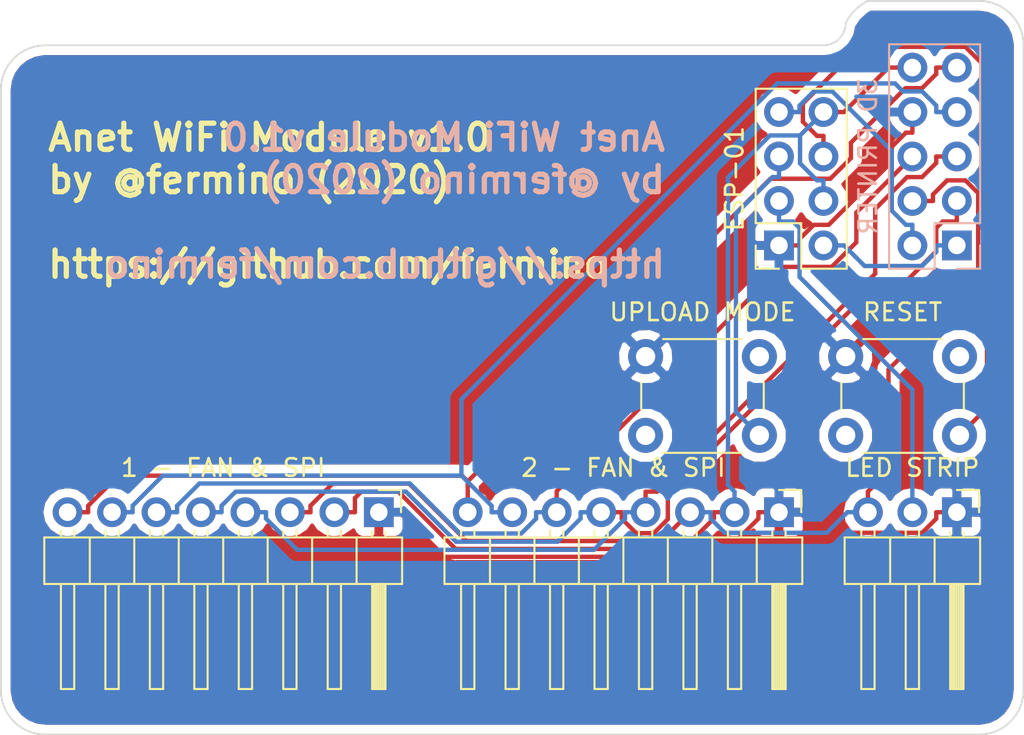
<source format=kicad_pcb>
(kicad_pcb (version 20171130) (host pcbnew 5.0.2+dfsg1-1)

  (general
    (thickness 1.6)
    (drawings 13)
    (tracks 193)
    (zones 0)
    (modules 7)
    (nets 14)
  )

  (page A4)
  (layers
    (0 F.Cu signal)
    (31 B.Cu signal)
    (32 B.Adhes user)
    (33 F.Adhes user)
    (34 B.Paste user)
    (35 F.Paste user)
    (36 B.SilkS user)
    (37 F.SilkS user)
    (38 B.Mask user)
    (39 F.Mask user)
    (40 Dwgs.User user)
    (41 Cmts.User user)
    (42 Eco1.User user)
    (43 Eco2.User user)
    (44 Edge.Cuts user)
    (45 Margin user)
    (46 B.CrtYd user)
    (47 F.CrtYd user)
    (48 B.Fab user hide)
    (49 F.Fab user hide)
  )

  (setup
    (last_trace_width 0.25)
    (trace_clearance 0.2)
    (zone_clearance 0.508)
    (zone_45_only no)
    (trace_min 0.2)
    (segment_width 0.2)
    (edge_width 0.1)
    (via_size 0.8)
    (via_drill 0.4)
    (via_min_size 0.4)
    (via_min_drill 0.3)
    (uvia_size 0.3)
    (uvia_drill 0.1)
    (uvias_allowed no)
    (uvia_min_size 0.2)
    (uvia_min_drill 0.1)
    (pcb_text_width 0.3)
    (pcb_text_size 1.5 1.5)
    (mod_edge_width 0.15)
    (mod_text_size 1 1)
    (mod_text_width 0.15)
    (pad_size 1.5 1.5)
    (pad_drill 0.6)
    (pad_to_mask_clearance 0)
    (solder_mask_min_width 0.25)
    (aux_axis_origin 0 0)
    (visible_elements FFFFFF7F)
    (pcbplotparams
      (layerselection 0x010fc_ffffffff)
      (usegerberextensions false)
      (usegerberattributes false)
      (usegerberadvancedattributes false)
      (creategerberjobfile false)
      (excludeedgelayer true)
      (linewidth 0.100000)
      (plotframeref false)
      (viasonmask false)
      (mode 1)
      (useauxorigin false)
      (hpglpennumber 1)
      (hpglpenspeed 20)
      (hpglpendiameter 15.000000)
      (psnegative false)
      (psa4output false)
      (plotreference true)
      (plotvalue true)
      (plotinvisibletext false)
      (padsonsilk false)
      (subtractmaskfromsilk false)
      (outputformat 1)
      (mirror false)
      (drillshape 0)
      (scaleselection 1)
      (outputdirectory "./"))
  )

  (net 0 "")
  (net 1 GND)
  (net 2 ESP_TX)
  (net 3 LED_OUT)
  (net 4 3V3)
  (net 5 BOOT_MODE)
  (net 6 RESET)
  (net 7 ESP_RX)
  (net 8 3D_MISO)
  (net 9 5V)
  (net 10 3D_SCK)
  (net 11 3D_MOSI)
  (net 12 3D_RESET)
  (net 13 3D_FAN)

  (net_class Default "Esta es la clase de red por defecto."
    (clearance 0.2)
    (trace_width 0.25)
    (via_dia 0.8)
    (via_drill 0.4)
    (uvia_dia 0.3)
    (uvia_drill 0.1)
    (add_net 3D_FAN)
    (add_net 3D_MISO)
    (add_net 3D_MOSI)
    (add_net 3D_RESET)
    (add_net 3D_SCK)
    (add_net 3V3)
    (add_net 5V)
    (add_net BOOT_MODE)
    (add_net ESP_RX)
    (add_net ESP_TX)
    (add_net GND)
    (add_net LED_OUT)
    (add_net RESET)
  )

  (module Connector_PinSocket_2.54mm:PinSocket_2x04_P2.54mm_Vertical (layer F.Cu) (tedit 5F80B65F) (tstamp 5FA51415)
    (at 80.01 58.42 180)
    (descr "Through hole straight socket strip, 2x04, 2.54mm pitch, double cols (from Kicad 4.0.7), script generated")
    (tags "Through hole socket strip THT 2x04 2.54mm double row")
    (path /5F80773E)
    (fp_text reference ESP-01 (at 2.54 3.81 270) (layer F.SilkS)
      (effects (font (size 1 1) (thickness 0.15)))
    )
    (fp_text value Conn_02x04_Odd_Even (at -1.27 10.39 180) (layer F.Fab)
      (effects (font (size 1 1) (thickness 0.15)))
    )
    (fp_line (start -3.81 -1.27) (end 0.27 -1.27) (layer F.Fab) (width 0.1))
    (fp_line (start 0.27 -1.27) (end 1.27 -0.27) (layer F.Fab) (width 0.1))
    (fp_line (start 1.27 -0.27) (end 1.27 8.89) (layer F.Fab) (width 0.1))
    (fp_line (start 1.27 8.89) (end -3.81 8.89) (layer F.Fab) (width 0.1))
    (fp_line (start -3.81 8.89) (end -3.81 -1.27) (layer F.Fab) (width 0.1))
    (fp_line (start -3.87 -1.33) (end -1.27 -1.33) (layer F.SilkS) (width 0.12))
    (fp_line (start -3.87 -1.33) (end -3.87 8.95) (layer F.SilkS) (width 0.12))
    (fp_line (start -3.87 8.95) (end 1.33 8.95) (layer F.SilkS) (width 0.12))
    (fp_line (start 1.33 1.27) (end 1.33 8.95) (layer F.SilkS) (width 0.12))
    (fp_line (start -1.27 1.27) (end 1.33 1.27) (layer F.SilkS) (width 0.12))
    (fp_line (start -1.27 -1.33) (end -1.27 1.27) (layer F.SilkS) (width 0.12))
    (fp_line (start 1.33 -1.33) (end 1.33 0) (layer F.SilkS) (width 0.12))
    (fp_line (start 0 -1.33) (end 1.33 -1.33) (layer F.SilkS) (width 0.12))
    (fp_line (start -4.34 -1.8) (end 1.76 -1.8) (layer F.CrtYd) (width 0.05))
    (fp_line (start 1.76 -1.8) (end 1.76 9.4) (layer F.CrtYd) (width 0.05))
    (fp_line (start 1.76 9.4) (end -4.34 9.4) (layer F.CrtYd) (width 0.05))
    (fp_line (start -4.34 9.4) (end -4.34 -1.8) (layer F.CrtYd) (width 0.05))
    (fp_text user %R (at -1.27 3.81 270) (layer F.Fab)
      (effects (font (size 1 1) (thickness 0.15)))
    )
    (pad 1 thru_hole rect (at 0 0 180) (size 1.7 1.7) (drill 1) (layers *.Cu *.Mask)
      (net 1 GND))
    (pad 2 thru_hole oval (at -2.54 0 180) (size 1.7 1.7) (drill 1) (layers *.Cu *.Mask)
      (net 2 ESP_TX))
    (pad 3 thru_hole oval (at 0 2.54 180) (size 1.7 1.7) (drill 1) (layers *.Cu *.Mask)
      (net 3 LED_OUT))
    (pad 4 thru_hole oval (at -2.54 2.54 180) (size 1.7 1.7) (drill 1) (layers *.Cu *.Mask)
      (net 4 3V3))
    (pad 5 thru_hole oval (at 0 5.08 180) (size 1.7 1.7) (drill 1) (layers *.Cu *.Mask)
      (net 5 BOOT_MODE))
    (pad 6 thru_hole oval (at -2.54 5.08 180) (size 1.7 1.7) (drill 1) (layers *.Cu *.Mask)
      (net 6 RESET))
    (pad 7 thru_hole oval (at 0 7.62 180) (size 1.7 1.7) (drill 1) (layers *.Cu *.Mask)
      (net 7 ESP_RX))
    (pad 8 thru_hole oval (at -2.54 7.62 180) (size 1.7 1.7) (drill 1) (layers *.Cu *.Mask)
      (net 4 3V3))
    (model ${KISYS3DMOD}/Connector_PinSocket_2.54mm.3dshapes/PinSocket_2x04_P2.54mm_Vertical.wrl
      (at (xyz 0 0 0))
      (scale (xyz 1 1 1))
      (rotate (xyz 0 0 0))
    )
  )

  (module Connector_PinSocket_2.54mm:PinSocket_2x05_P2.54mm_Vertical (layer B.Cu) (tedit 5F80B6CF) (tstamp 5FA51435)
    (at 90.17 58.42)
    (descr "Through hole straight socket strip, 2x05, 2.54mm pitch, double cols (from Kicad 4.0.7), script generated")
    (tags "Through hole socket strip THT 2x05 2.54mm double row")
    (path /5F808170)
    (fp_text reference "3D PRINTER" (at -5.08 -5.08 90) (layer B.SilkS)
      (effects (font (size 1 1) (thickness 0.15)) (justify mirror))
    )
    (fp_text value Conn_02x05_Odd_Even (at -1.27 -12.93) (layer B.Fab)
      (effects (font (size 1 1) (thickness 0.15)) (justify mirror))
    )
    (fp_line (start -3.81 1.27) (end 0.27 1.27) (layer B.Fab) (width 0.1))
    (fp_line (start 0.27 1.27) (end 1.27 0.27) (layer B.Fab) (width 0.1))
    (fp_line (start 1.27 0.27) (end 1.27 -11.43) (layer B.Fab) (width 0.1))
    (fp_line (start 1.27 -11.43) (end -3.81 -11.43) (layer B.Fab) (width 0.1))
    (fp_line (start -3.81 -11.43) (end -3.81 1.27) (layer B.Fab) (width 0.1))
    (fp_line (start -3.87 1.33) (end -1.27 1.33) (layer B.SilkS) (width 0.12))
    (fp_line (start -3.87 1.33) (end -3.87 -11.49) (layer B.SilkS) (width 0.12))
    (fp_line (start -3.87 -11.49) (end 1.33 -11.49) (layer B.SilkS) (width 0.12))
    (fp_line (start 1.33 -1.27) (end 1.33 -11.49) (layer B.SilkS) (width 0.12))
    (fp_line (start -1.27 -1.27) (end 1.33 -1.27) (layer B.SilkS) (width 0.12))
    (fp_line (start -1.27 1.33) (end -1.27 -1.27) (layer B.SilkS) (width 0.12))
    (fp_line (start 1.33 1.33) (end 1.33 0) (layer B.SilkS) (width 0.12))
    (fp_line (start 0 1.33) (end 1.33 1.33) (layer B.SilkS) (width 0.12))
    (fp_line (start -4.34 1.8) (end 1.76 1.8) (layer B.CrtYd) (width 0.05))
    (fp_line (start 1.76 1.8) (end 1.76 -11.9) (layer B.CrtYd) (width 0.05))
    (fp_line (start 1.76 -11.9) (end -4.34 -11.9) (layer B.CrtYd) (width 0.05))
    (fp_line (start -4.34 -11.9) (end -4.34 1.8) (layer B.CrtYd) (width 0.05))
    (fp_text user %R (at -1.27 -5.08 -90) (layer B.Fab)
      (effects (font (size 1 1) (thickness 0.15)) (justify mirror))
    )
    (pad 1 thru_hole rect (at 0 0) (size 1.7 1.7) (drill 1) (layers *.Cu *.Mask)
      (net 2 ESP_TX))
    (pad 2 thru_hole oval (at -2.54 0) (size 1.7 1.7) (drill 1) (layers *.Cu *.Mask)
      (net 7 ESP_RX))
    (pad 3 thru_hole oval (at 0 -2.54) (size 1.7 1.7) (drill 1) (layers *.Cu *.Mask)
      (net 8 3D_MISO))
    (pad 4 thru_hole oval (at -2.54 -2.54) (size 1.7 1.7) (drill 1) (layers *.Cu *.Mask)
      (net 9 5V))
    (pad 5 thru_hole oval (at 0 -5.08) (size 1.7 1.7) (drill 1) (layers *.Cu *.Mask)
      (net 10 3D_SCK))
    (pad 6 thru_hole oval (at -2.54 -5.08) (size 1.7 1.7) (drill 1) (layers *.Cu *.Mask)
      (net 11 3D_MOSI))
    (pad 7 thru_hole oval (at 0 -7.62) (size 1.7 1.7) (drill 1) (layers *.Cu *.Mask)
      (net 12 3D_RESET))
    (pad 8 thru_hole oval (at -2.54 -7.62) (size 1.7 1.7) (drill 1) (layers *.Cu *.Mask)
      (net 1 GND))
    (pad 9 thru_hole oval (at 0 -10.16) (size 1.7 1.7) (drill 1) (layers *.Cu *.Mask)
      (net 13 3D_FAN))
    (pad 10 thru_hole oval (at -2.54 -10.16) (size 1.7 1.7) (drill 1) (layers *.Cu *.Mask)
      (net 4 3V3))
    (model ${KISYS3DMOD}/Connector_PinSocket_2.54mm.3dshapes/PinSocket_2x05_P2.54mm_Vertical.wrl
      (at (xyz 0 0 0))
      (scale (xyz 1 1 1))
      (rotate (xyz 0 0 0))
    )
  )

  (module Connector_PinHeader_2.54mm:PinHeader_1x03_P2.54mm_Horizontal (layer F.Cu) (tedit 5F80B648) (tstamp 5FA51475)
    (at 90.17 73.66 270)
    (descr "Through hole angled pin header, 1x03, 2.54mm pitch, 6mm pin length, single row")
    (tags "Through hole angled pin header THT 1x03 2.54mm single row")
    (path /5F807EFB)
    (fp_text reference "LED STRIP" (at -2.54 2.54) (layer F.SilkS)
      (effects (font (size 1 1) (thickness 0.15)))
    )
    (fp_text value Conn_01x03 (at 4.385 7.35 270) (layer F.Fab)
      (effects (font (size 1 1) (thickness 0.15)))
    )
    (fp_line (start 2.135 -1.27) (end 4.04 -1.27) (layer F.Fab) (width 0.1))
    (fp_line (start 4.04 -1.27) (end 4.04 6.35) (layer F.Fab) (width 0.1))
    (fp_line (start 4.04 6.35) (end 1.5 6.35) (layer F.Fab) (width 0.1))
    (fp_line (start 1.5 6.35) (end 1.5 -0.635) (layer F.Fab) (width 0.1))
    (fp_line (start 1.5 -0.635) (end 2.135 -1.27) (layer F.Fab) (width 0.1))
    (fp_line (start -0.32 -0.32) (end 1.5 -0.32) (layer F.Fab) (width 0.1))
    (fp_line (start -0.32 -0.32) (end -0.32 0.32) (layer F.Fab) (width 0.1))
    (fp_line (start -0.32 0.32) (end 1.5 0.32) (layer F.Fab) (width 0.1))
    (fp_line (start 4.04 -0.32) (end 10.04 -0.32) (layer F.Fab) (width 0.1))
    (fp_line (start 10.04 -0.32) (end 10.04 0.32) (layer F.Fab) (width 0.1))
    (fp_line (start 4.04 0.32) (end 10.04 0.32) (layer F.Fab) (width 0.1))
    (fp_line (start -0.32 2.22) (end 1.5 2.22) (layer F.Fab) (width 0.1))
    (fp_line (start -0.32 2.22) (end -0.32 2.86) (layer F.Fab) (width 0.1))
    (fp_line (start -0.32 2.86) (end 1.5 2.86) (layer F.Fab) (width 0.1))
    (fp_line (start 4.04 2.22) (end 10.04 2.22) (layer F.Fab) (width 0.1))
    (fp_line (start 10.04 2.22) (end 10.04 2.86) (layer F.Fab) (width 0.1))
    (fp_line (start 4.04 2.86) (end 10.04 2.86) (layer F.Fab) (width 0.1))
    (fp_line (start -0.32 4.76) (end 1.5 4.76) (layer F.Fab) (width 0.1))
    (fp_line (start -0.32 4.76) (end -0.32 5.4) (layer F.Fab) (width 0.1))
    (fp_line (start -0.32 5.4) (end 1.5 5.4) (layer F.Fab) (width 0.1))
    (fp_line (start 4.04 4.76) (end 10.04 4.76) (layer F.Fab) (width 0.1))
    (fp_line (start 10.04 4.76) (end 10.04 5.4) (layer F.Fab) (width 0.1))
    (fp_line (start 4.04 5.4) (end 10.04 5.4) (layer F.Fab) (width 0.1))
    (fp_line (start 1.44 -1.33) (end 1.44 6.41) (layer F.SilkS) (width 0.12))
    (fp_line (start 1.44 6.41) (end 4.1 6.41) (layer F.SilkS) (width 0.12))
    (fp_line (start 4.1 6.41) (end 4.1 -1.33) (layer F.SilkS) (width 0.12))
    (fp_line (start 4.1 -1.33) (end 1.44 -1.33) (layer F.SilkS) (width 0.12))
    (fp_line (start 4.1 -0.38) (end 10.1 -0.38) (layer F.SilkS) (width 0.12))
    (fp_line (start 10.1 -0.38) (end 10.1 0.38) (layer F.SilkS) (width 0.12))
    (fp_line (start 10.1 0.38) (end 4.1 0.38) (layer F.SilkS) (width 0.12))
    (fp_line (start 4.1 -0.32) (end 10.1 -0.32) (layer F.SilkS) (width 0.12))
    (fp_line (start 4.1 -0.2) (end 10.1 -0.2) (layer F.SilkS) (width 0.12))
    (fp_line (start 4.1 -0.08) (end 10.1 -0.08) (layer F.SilkS) (width 0.12))
    (fp_line (start 4.1 0.04) (end 10.1 0.04) (layer F.SilkS) (width 0.12))
    (fp_line (start 4.1 0.16) (end 10.1 0.16) (layer F.SilkS) (width 0.12))
    (fp_line (start 4.1 0.28) (end 10.1 0.28) (layer F.SilkS) (width 0.12))
    (fp_line (start 1.11 -0.38) (end 1.44 -0.38) (layer F.SilkS) (width 0.12))
    (fp_line (start 1.11 0.38) (end 1.44 0.38) (layer F.SilkS) (width 0.12))
    (fp_line (start 1.44 1.27) (end 4.1 1.27) (layer F.SilkS) (width 0.12))
    (fp_line (start 4.1 2.16) (end 10.1 2.16) (layer F.SilkS) (width 0.12))
    (fp_line (start 10.1 2.16) (end 10.1 2.92) (layer F.SilkS) (width 0.12))
    (fp_line (start 10.1 2.92) (end 4.1 2.92) (layer F.SilkS) (width 0.12))
    (fp_line (start 1.042929 2.16) (end 1.44 2.16) (layer F.SilkS) (width 0.12))
    (fp_line (start 1.042929 2.92) (end 1.44 2.92) (layer F.SilkS) (width 0.12))
    (fp_line (start 1.44 3.81) (end 4.1 3.81) (layer F.SilkS) (width 0.12))
    (fp_line (start 4.1 4.7) (end 10.1 4.7) (layer F.SilkS) (width 0.12))
    (fp_line (start 10.1 4.7) (end 10.1 5.46) (layer F.SilkS) (width 0.12))
    (fp_line (start 10.1 5.46) (end 4.1 5.46) (layer F.SilkS) (width 0.12))
    (fp_line (start 1.042929 4.7) (end 1.44 4.7) (layer F.SilkS) (width 0.12))
    (fp_line (start 1.042929 5.46) (end 1.44 5.46) (layer F.SilkS) (width 0.12))
    (fp_line (start -1.27 0) (end -1.27 -1.27) (layer F.SilkS) (width 0.12))
    (fp_line (start -1.27 -1.27) (end 0 -1.27) (layer F.SilkS) (width 0.12))
    (fp_line (start -1.8 -1.8) (end -1.8 6.85) (layer F.CrtYd) (width 0.05))
    (fp_line (start -1.8 6.85) (end 10.55 6.85) (layer F.CrtYd) (width 0.05))
    (fp_line (start 10.55 6.85) (end 10.55 -1.8) (layer F.CrtYd) (width 0.05))
    (fp_line (start 10.55 -1.8) (end -1.8 -1.8) (layer F.CrtYd) (width 0.05))
    (fp_text user %R (at 2.77 2.54) (layer F.Fab)
      (effects (font (size 1 1) (thickness 0.15)))
    )
    (pad 1 thru_hole rect (at 0 0 270) (size 1.7 1.7) (drill 1) (layers *.Cu *.Mask)
      (net 1 GND))
    (pad 2 thru_hole oval (at 0 2.54 270) (size 1.7 1.7) (drill 1) (layers *.Cu *.Mask)
      (net 3 LED_OUT))
    (pad 3 thru_hole oval (at 0 5.08 270) (size 1.7 1.7) (drill 1) (layers *.Cu *.Mask)
      (net 9 5V))
    (model ${KISYS3DMOD}/Connector_PinHeader_2.54mm.3dshapes/PinHeader_1x03_P2.54mm_Horizontal.wrl
      (at (xyz 0 0 0))
      (scale (xyz 1 1 1))
      (rotate (xyz 0 0 0))
    )
  )

  (module Connector_PinHeader_2.54mm:PinHeader_1x08_P2.54mm_Horizontal (layer F.Cu) (tedit 5F80B8AE) (tstamp 5FA514F6)
    (at 57.15 73.66 270)
    (descr "Through hole angled pin header, 1x08, 2.54mm pitch, 6mm pin length, single row")
    (tags "Through hole angled pin header THT 1x08 2.54mm single row")
    (path /5F807A87)
    (fp_text reference "1 - FAN & SPI" (at -2.54 8.89) (layer F.SilkS)
      (effects (font (size 1 1) (thickness 0.15)))
    )
    (fp_text value Conn_01x08 (at 4.385 20.05 270) (layer F.Fab)
      (effects (font (size 1 1) (thickness 0.15)))
    )
    (fp_line (start 2.135 -1.27) (end 4.04 -1.27) (layer F.Fab) (width 0.1))
    (fp_line (start 4.04 -1.27) (end 4.04 19.05) (layer F.Fab) (width 0.1))
    (fp_line (start 4.04 19.05) (end 1.5 19.05) (layer F.Fab) (width 0.1))
    (fp_line (start 1.5 19.05) (end 1.5 -0.635) (layer F.Fab) (width 0.1))
    (fp_line (start 1.5 -0.635) (end 2.135 -1.27) (layer F.Fab) (width 0.1))
    (fp_line (start -0.32 -0.32) (end 1.5 -0.32) (layer F.Fab) (width 0.1))
    (fp_line (start -0.32 -0.32) (end -0.32 0.32) (layer F.Fab) (width 0.1))
    (fp_line (start -0.32 0.32) (end 1.5 0.32) (layer F.Fab) (width 0.1))
    (fp_line (start 4.04 -0.32) (end 10.04 -0.32) (layer F.Fab) (width 0.1))
    (fp_line (start 10.04 -0.32) (end 10.04 0.32) (layer F.Fab) (width 0.1))
    (fp_line (start 4.04 0.32) (end 10.04 0.32) (layer F.Fab) (width 0.1))
    (fp_line (start -0.32 2.22) (end 1.5 2.22) (layer F.Fab) (width 0.1))
    (fp_line (start -0.32 2.22) (end -0.32 2.86) (layer F.Fab) (width 0.1))
    (fp_line (start -0.32 2.86) (end 1.5 2.86) (layer F.Fab) (width 0.1))
    (fp_line (start 4.04 2.22) (end 10.04 2.22) (layer F.Fab) (width 0.1))
    (fp_line (start 10.04 2.22) (end 10.04 2.86) (layer F.Fab) (width 0.1))
    (fp_line (start 4.04 2.86) (end 10.04 2.86) (layer F.Fab) (width 0.1))
    (fp_line (start -0.32 4.76) (end 1.5 4.76) (layer F.Fab) (width 0.1))
    (fp_line (start -0.32 4.76) (end -0.32 5.4) (layer F.Fab) (width 0.1))
    (fp_line (start -0.32 5.4) (end 1.5 5.4) (layer F.Fab) (width 0.1))
    (fp_line (start 4.04 4.76) (end 10.04 4.76) (layer F.Fab) (width 0.1))
    (fp_line (start 10.04 4.76) (end 10.04 5.4) (layer F.Fab) (width 0.1))
    (fp_line (start 4.04 5.4) (end 10.04 5.4) (layer F.Fab) (width 0.1))
    (fp_line (start -0.32 7.3) (end 1.5 7.3) (layer F.Fab) (width 0.1))
    (fp_line (start -0.32 7.3) (end -0.32 7.94) (layer F.Fab) (width 0.1))
    (fp_line (start -0.32 7.94) (end 1.5 7.94) (layer F.Fab) (width 0.1))
    (fp_line (start 4.04 7.3) (end 10.04 7.3) (layer F.Fab) (width 0.1))
    (fp_line (start 10.04 7.3) (end 10.04 7.94) (layer F.Fab) (width 0.1))
    (fp_line (start 4.04 7.94) (end 10.04 7.94) (layer F.Fab) (width 0.1))
    (fp_line (start -0.32 9.84) (end 1.5 9.84) (layer F.Fab) (width 0.1))
    (fp_line (start -0.32 9.84) (end -0.32 10.48) (layer F.Fab) (width 0.1))
    (fp_line (start -0.32 10.48) (end 1.5 10.48) (layer F.Fab) (width 0.1))
    (fp_line (start 4.04 9.84) (end 10.04 9.84) (layer F.Fab) (width 0.1))
    (fp_line (start 10.04 9.84) (end 10.04 10.48) (layer F.Fab) (width 0.1))
    (fp_line (start 4.04 10.48) (end 10.04 10.48) (layer F.Fab) (width 0.1))
    (fp_line (start -0.32 12.38) (end 1.5 12.38) (layer F.Fab) (width 0.1))
    (fp_line (start -0.32 12.38) (end -0.32 13.02) (layer F.Fab) (width 0.1))
    (fp_line (start -0.32 13.02) (end 1.5 13.02) (layer F.Fab) (width 0.1))
    (fp_line (start 4.04 12.38) (end 10.04 12.38) (layer F.Fab) (width 0.1))
    (fp_line (start 10.04 12.38) (end 10.04 13.02) (layer F.Fab) (width 0.1))
    (fp_line (start 4.04 13.02) (end 10.04 13.02) (layer F.Fab) (width 0.1))
    (fp_line (start -0.32 14.92) (end 1.5 14.92) (layer F.Fab) (width 0.1))
    (fp_line (start -0.32 14.92) (end -0.32 15.56) (layer F.Fab) (width 0.1))
    (fp_line (start -0.32 15.56) (end 1.5 15.56) (layer F.Fab) (width 0.1))
    (fp_line (start 4.04 14.92) (end 10.04 14.92) (layer F.Fab) (width 0.1))
    (fp_line (start 10.04 14.92) (end 10.04 15.56) (layer F.Fab) (width 0.1))
    (fp_line (start 4.04 15.56) (end 10.04 15.56) (layer F.Fab) (width 0.1))
    (fp_line (start -0.32 17.46) (end 1.5 17.46) (layer F.Fab) (width 0.1))
    (fp_line (start -0.32 17.46) (end -0.32 18.1) (layer F.Fab) (width 0.1))
    (fp_line (start -0.32 18.1) (end 1.5 18.1) (layer F.Fab) (width 0.1))
    (fp_line (start 4.04 17.46) (end 10.04 17.46) (layer F.Fab) (width 0.1))
    (fp_line (start 10.04 17.46) (end 10.04 18.1) (layer F.Fab) (width 0.1))
    (fp_line (start 4.04 18.1) (end 10.04 18.1) (layer F.Fab) (width 0.1))
    (fp_line (start 1.44 -1.33) (end 1.44 19.11) (layer F.SilkS) (width 0.12))
    (fp_line (start 1.44 19.11) (end 4.1 19.11) (layer F.SilkS) (width 0.12))
    (fp_line (start 4.1 19.11) (end 4.1 -1.33) (layer F.SilkS) (width 0.12))
    (fp_line (start 4.1 -1.33) (end 1.44 -1.33) (layer F.SilkS) (width 0.12))
    (fp_line (start 4.1 -0.38) (end 10.1 -0.38) (layer F.SilkS) (width 0.12))
    (fp_line (start 10.1 -0.38) (end 10.1 0.38) (layer F.SilkS) (width 0.12))
    (fp_line (start 10.1 0.38) (end 4.1 0.38) (layer F.SilkS) (width 0.12))
    (fp_line (start 4.1 -0.32) (end 10.1 -0.32) (layer F.SilkS) (width 0.12))
    (fp_line (start 4.1 -0.2) (end 10.1 -0.2) (layer F.SilkS) (width 0.12))
    (fp_line (start 4.1 -0.08) (end 10.1 -0.08) (layer F.SilkS) (width 0.12))
    (fp_line (start 4.1 0.04) (end 10.1 0.04) (layer F.SilkS) (width 0.12))
    (fp_line (start 4.1 0.16) (end 10.1 0.16) (layer F.SilkS) (width 0.12))
    (fp_line (start 4.1 0.28) (end 10.1 0.28) (layer F.SilkS) (width 0.12))
    (fp_line (start 1.11 -0.38) (end 1.44 -0.38) (layer F.SilkS) (width 0.12))
    (fp_line (start 1.11 0.38) (end 1.44 0.38) (layer F.SilkS) (width 0.12))
    (fp_line (start 1.44 1.27) (end 4.1 1.27) (layer F.SilkS) (width 0.12))
    (fp_line (start 4.1 2.16) (end 10.1 2.16) (layer F.SilkS) (width 0.12))
    (fp_line (start 10.1 2.16) (end 10.1 2.92) (layer F.SilkS) (width 0.12))
    (fp_line (start 10.1 2.92) (end 4.1 2.92) (layer F.SilkS) (width 0.12))
    (fp_line (start 1.042929 2.16) (end 1.44 2.16) (layer F.SilkS) (width 0.12))
    (fp_line (start 1.042929 2.92) (end 1.44 2.92) (layer F.SilkS) (width 0.12))
    (fp_line (start 1.44 3.81) (end 4.1 3.81) (layer F.SilkS) (width 0.12))
    (fp_line (start 4.1 4.7) (end 10.1 4.7) (layer F.SilkS) (width 0.12))
    (fp_line (start 10.1 4.7) (end 10.1 5.46) (layer F.SilkS) (width 0.12))
    (fp_line (start 10.1 5.46) (end 4.1 5.46) (layer F.SilkS) (width 0.12))
    (fp_line (start 1.042929 4.7) (end 1.44 4.7) (layer F.SilkS) (width 0.12))
    (fp_line (start 1.042929 5.46) (end 1.44 5.46) (layer F.SilkS) (width 0.12))
    (fp_line (start 1.44 6.35) (end 4.1 6.35) (layer F.SilkS) (width 0.12))
    (fp_line (start 4.1 7.24) (end 10.1 7.24) (layer F.SilkS) (width 0.12))
    (fp_line (start 10.1 7.24) (end 10.1 8) (layer F.SilkS) (width 0.12))
    (fp_line (start 10.1 8) (end 4.1 8) (layer F.SilkS) (width 0.12))
    (fp_line (start 1.042929 7.24) (end 1.44 7.24) (layer F.SilkS) (width 0.12))
    (fp_line (start 1.042929 8) (end 1.44 8) (layer F.SilkS) (width 0.12))
    (fp_line (start 1.44 8.89) (end 4.1 8.89) (layer F.SilkS) (width 0.12))
    (fp_line (start 4.1 9.78) (end 10.1 9.78) (layer F.SilkS) (width 0.12))
    (fp_line (start 10.1 9.78) (end 10.1 10.54) (layer F.SilkS) (width 0.12))
    (fp_line (start 10.1 10.54) (end 4.1 10.54) (layer F.SilkS) (width 0.12))
    (fp_line (start 1.042929 9.78) (end 1.44 9.78) (layer F.SilkS) (width 0.12))
    (fp_line (start 1.042929 10.54) (end 1.44 10.54) (layer F.SilkS) (width 0.12))
    (fp_line (start 1.44 11.43) (end 4.1 11.43) (layer F.SilkS) (width 0.12))
    (fp_line (start 4.1 12.32) (end 10.1 12.32) (layer F.SilkS) (width 0.12))
    (fp_line (start 10.1 12.32) (end 10.1 13.08) (layer F.SilkS) (width 0.12))
    (fp_line (start 10.1 13.08) (end 4.1 13.08) (layer F.SilkS) (width 0.12))
    (fp_line (start 1.042929 12.32) (end 1.44 12.32) (layer F.SilkS) (width 0.12))
    (fp_line (start 1.042929 13.08) (end 1.44 13.08) (layer F.SilkS) (width 0.12))
    (fp_line (start 1.44 13.97) (end 4.1 13.97) (layer F.SilkS) (width 0.12))
    (fp_line (start 4.1 14.86) (end 10.1 14.86) (layer F.SilkS) (width 0.12))
    (fp_line (start 10.1 14.86) (end 10.1 15.62) (layer F.SilkS) (width 0.12))
    (fp_line (start 10.1 15.62) (end 4.1 15.62) (layer F.SilkS) (width 0.12))
    (fp_line (start 1.042929 14.86) (end 1.44 14.86) (layer F.SilkS) (width 0.12))
    (fp_line (start 1.042929 15.62) (end 1.44 15.62) (layer F.SilkS) (width 0.12))
    (fp_line (start 1.44 16.51) (end 4.1 16.51) (layer F.SilkS) (width 0.12))
    (fp_line (start 4.1 17.4) (end 10.1 17.4) (layer F.SilkS) (width 0.12))
    (fp_line (start 10.1 17.4) (end 10.1 18.16) (layer F.SilkS) (width 0.12))
    (fp_line (start 10.1 18.16) (end 4.1 18.16) (layer F.SilkS) (width 0.12))
    (fp_line (start 1.042929 17.4) (end 1.44 17.4) (layer F.SilkS) (width 0.12))
    (fp_line (start 1.042929 18.16) (end 1.44 18.16) (layer F.SilkS) (width 0.12))
    (fp_line (start -1.27 0) (end -1.27 -1.27) (layer F.SilkS) (width 0.12))
    (fp_line (start -1.27 -1.27) (end 0 -1.27) (layer F.SilkS) (width 0.12))
    (fp_line (start -1.8 -1.8) (end -1.8 19.55) (layer F.CrtYd) (width 0.05))
    (fp_line (start -1.8 19.55) (end 10.55 19.55) (layer F.CrtYd) (width 0.05))
    (fp_line (start 10.55 19.55) (end 10.55 -1.8) (layer F.CrtYd) (width 0.05))
    (fp_line (start 10.55 -1.8) (end -1.8 -1.8) (layer F.CrtYd) (width 0.05))
    (fp_text user %R (at 2.77 8.89) (layer F.Fab)
      (effects (font (size 1 1) (thickness 0.15)))
    )
    (pad 1 thru_hole rect (at 0 0 270) (size 1.7 1.7) (drill 1) (layers *.Cu *.Mask)
      (net 1 GND))
    (pad 2 thru_hole oval (at 0 2.54 270) (size 1.7 1.7) (drill 1) (layers *.Cu *.Mask)
      (net 4 3V3))
    (pad 3 thru_hole oval (at 0 5.08 270) (size 1.7 1.7) (drill 1) (layers *.Cu *.Mask)
      (net 9 5V))
    (pad 4 thru_hole oval (at 0 7.62 270) (size 1.7 1.7) (drill 1) (layers *.Cu *.Mask)
      (net 10 3D_SCK))
    (pad 5 thru_hole oval (at 0 10.16 270) (size 1.7 1.7) (drill 1) (layers *.Cu *.Mask)
      (net 8 3D_MISO))
    (pad 6 thru_hole oval (at 0 12.7 270) (size 1.7 1.7) (drill 1) (layers *.Cu *.Mask)
      (net 11 3D_MOSI))
    (pad 7 thru_hole oval (at 0 15.24 270) (size 1.7 1.7) (drill 1) (layers *.Cu *.Mask)
      (net 12 3D_RESET))
    (pad 8 thru_hole oval (at 0 17.78 270) (size 1.7 1.7) (drill 1) (layers *.Cu *.Mask)
      (net 13 3D_FAN))
    (model ${KISYS3DMOD}/Connector_PinHeader_2.54mm.3dshapes/PinHeader_1x08_P2.54mm_Horizontal.wrl
      (at (xyz 0 0 0))
      (scale (xyz 1 1 1))
      (rotate (xyz 0 0 0))
    )
  )

  (module Connector_PinHeader_2.54mm:PinHeader_1x08_P2.54mm_Horizontal (layer F.Cu) (tedit 5F80B8B3) (tstamp 5FA51577)
    (at 80.01 73.66 270)
    (descr "Through hole angled pin header, 1x08, 2.54mm pitch, 6mm pin length, single row")
    (tags "Through hole angled pin header THT 1x08 2.54mm single row")
    (path /5F8086D5)
    (fp_text reference "2 - FAN & SPI" (at -2.54 8.89) (layer F.SilkS)
      (effects (font (size 1 1) (thickness 0.15)))
    )
    (fp_text value Conn_01x08 (at 4.385 20.05 270) (layer F.Fab)
      (effects (font (size 1 1) (thickness 0.15)))
    )
    (fp_text user %R (at 2.77 8.89) (layer F.Fab)
      (effects (font (size 1 1) (thickness 0.15)))
    )
    (fp_line (start 10.55 -1.8) (end -1.8 -1.8) (layer F.CrtYd) (width 0.05))
    (fp_line (start 10.55 19.55) (end 10.55 -1.8) (layer F.CrtYd) (width 0.05))
    (fp_line (start -1.8 19.55) (end 10.55 19.55) (layer F.CrtYd) (width 0.05))
    (fp_line (start -1.8 -1.8) (end -1.8 19.55) (layer F.CrtYd) (width 0.05))
    (fp_line (start -1.27 -1.27) (end 0 -1.27) (layer F.SilkS) (width 0.12))
    (fp_line (start -1.27 0) (end -1.27 -1.27) (layer F.SilkS) (width 0.12))
    (fp_line (start 1.042929 18.16) (end 1.44 18.16) (layer F.SilkS) (width 0.12))
    (fp_line (start 1.042929 17.4) (end 1.44 17.4) (layer F.SilkS) (width 0.12))
    (fp_line (start 10.1 18.16) (end 4.1 18.16) (layer F.SilkS) (width 0.12))
    (fp_line (start 10.1 17.4) (end 10.1 18.16) (layer F.SilkS) (width 0.12))
    (fp_line (start 4.1 17.4) (end 10.1 17.4) (layer F.SilkS) (width 0.12))
    (fp_line (start 1.44 16.51) (end 4.1 16.51) (layer F.SilkS) (width 0.12))
    (fp_line (start 1.042929 15.62) (end 1.44 15.62) (layer F.SilkS) (width 0.12))
    (fp_line (start 1.042929 14.86) (end 1.44 14.86) (layer F.SilkS) (width 0.12))
    (fp_line (start 10.1 15.62) (end 4.1 15.62) (layer F.SilkS) (width 0.12))
    (fp_line (start 10.1 14.86) (end 10.1 15.62) (layer F.SilkS) (width 0.12))
    (fp_line (start 4.1 14.86) (end 10.1 14.86) (layer F.SilkS) (width 0.12))
    (fp_line (start 1.44 13.97) (end 4.1 13.97) (layer F.SilkS) (width 0.12))
    (fp_line (start 1.042929 13.08) (end 1.44 13.08) (layer F.SilkS) (width 0.12))
    (fp_line (start 1.042929 12.32) (end 1.44 12.32) (layer F.SilkS) (width 0.12))
    (fp_line (start 10.1 13.08) (end 4.1 13.08) (layer F.SilkS) (width 0.12))
    (fp_line (start 10.1 12.32) (end 10.1 13.08) (layer F.SilkS) (width 0.12))
    (fp_line (start 4.1 12.32) (end 10.1 12.32) (layer F.SilkS) (width 0.12))
    (fp_line (start 1.44 11.43) (end 4.1 11.43) (layer F.SilkS) (width 0.12))
    (fp_line (start 1.042929 10.54) (end 1.44 10.54) (layer F.SilkS) (width 0.12))
    (fp_line (start 1.042929 9.78) (end 1.44 9.78) (layer F.SilkS) (width 0.12))
    (fp_line (start 10.1 10.54) (end 4.1 10.54) (layer F.SilkS) (width 0.12))
    (fp_line (start 10.1 9.78) (end 10.1 10.54) (layer F.SilkS) (width 0.12))
    (fp_line (start 4.1 9.78) (end 10.1 9.78) (layer F.SilkS) (width 0.12))
    (fp_line (start 1.44 8.89) (end 4.1 8.89) (layer F.SilkS) (width 0.12))
    (fp_line (start 1.042929 8) (end 1.44 8) (layer F.SilkS) (width 0.12))
    (fp_line (start 1.042929 7.24) (end 1.44 7.24) (layer F.SilkS) (width 0.12))
    (fp_line (start 10.1 8) (end 4.1 8) (layer F.SilkS) (width 0.12))
    (fp_line (start 10.1 7.24) (end 10.1 8) (layer F.SilkS) (width 0.12))
    (fp_line (start 4.1 7.24) (end 10.1 7.24) (layer F.SilkS) (width 0.12))
    (fp_line (start 1.44 6.35) (end 4.1 6.35) (layer F.SilkS) (width 0.12))
    (fp_line (start 1.042929 5.46) (end 1.44 5.46) (layer F.SilkS) (width 0.12))
    (fp_line (start 1.042929 4.7) (end 1.44 4.7) (layer F.SilkS) (width 0.12))
    (fp_line (start 10.1 5.46) (end 4.1 5.46) (layer F.SilkS) (width 0.12))
    (fp_line (start 10.1 4.7) (end 10.1 5.46) (layer F.SilkS) (width 0.12))
    (fp_line (start 4.1 4.7) (end 10.1 4.7) (layer F.SilkS) (width 0.12))
    (fp_line (start 1.44 3.81) (end 4.1 3.81) (layer F.SilkS) (width 0.12))
    (fp_line (start 1.042929 2.92) (end 1.44 2.92) (layer F.SilkS) (width 0.12))
    (fp_line (start 1.042929 2.16) (end 1.44 2.16) (layer F.SilkS) (width 0.12))
    (fp_line (start 10.1 2.92) (end 4.1 2.92) (layer F.SilkS) (width 0.12))
    (fp_line (start 10.1 2.16) (end 10.1 2.92) (layer F.SilkS) (width 0.12))
    (fp_line (start 4.1 2.16) (end 10.1 2.16) (layer F.SilkS) (width 0.12))
    (fp_line (start 1.44 1.27) (end 4.1 1.27) (layer F.SilkS) (width 0.12))
    (fp_line (start 1.11 0.38) (end 1.44 0.38) (layer F.SilkS) (width 0.12))
    (fp_line (start 1.11 -0.38) (end 1.44 -0.38) (layer F.SilkS) (width 0.12))
    (fp_line (start 4.1 0.28) (end 10.1 0.28) (layer F.SilkS) (width 0.12))
    (fp_line (start 4.1 0.16) (end 10.1 0.16) (layer F.SilkS) (width 0.12))
    (fp_line (start 4.1 0.04) (end 10.1 0.04) (layer F.SilkS) (width 0.12))
    (fp_line (start 4.1 -0.08) (end 10.1 -0.08) (layer F.SilkS) (width 0.12))
    (fp_line (start 4.1 -0.2) (end 10.1 -0.2) (layer F.SilkS) (width 0.12))
    (fp_line (start 4.1 -0.32) (end 10.1 -0.32) (layer F.SilkS) (width 0.12))
    (fp_line (start 10.1 0.38) (end 4.1 0.38) (layer F.SilkS) (width 0.12))
    (fp_line (start 10.1 -0.38) (end 10.1 0.38) (layer F.SilkS) (width 0.12))
    (fp_line (start 4.1 -0.38) (end 10.1 -0.38) (layer F.SilkS) (width 0.12))
    (fp_line (start 4.1 -1.33) (end 1.44 -1.33) (layer F.SilkS) (width 0.12))
    (fp_line (start 4.1 19.11) (end 4.1 -1.33) (layer F.SilkS) (width 0.12))
    (fp_line (start 1.44 19.11) (end 4.1 19.11) (layer F.SilkS) (width 0.12))
    (fp_line (start 1.44 -1.33) (end 1.44 19.11) (layer F.SilkS) (width 0.12))
    (fp_line (start 4.04 18.1) (end 10.04 18.1) (layer F.Fab) (width 0.1))
    (fp_line (start 10.04 17.46) (end 10.04 18.1) (layer F.Fab) (width 0.1))
    (fp_line (start 4.04 17.46) (end 10.04 17.46) (layer F.Fab) (width 0.1))
    (fp_line (start -0.32 18.1) (end 1.5 18.1) (layer F.Fab) (width 0.1))
    (fp_line (start -0.32 17.46) (end -0.32 18.1) (layer F.Fab) (width 0.1))
    (fp_line (start -0.32 17.46) (end 1.5 17.46) (layer F.Fab) (width 0.1))
    (fp_line (start 4.04 15.56) (end 10.04 15.56) (layer F.Fab) (width 0.1))
    (fp_line (start 10.04 14.92) (end 10.04 15.56) (layer F.Fab) (width 0.1))
    (fp_line (start 4.04 14.92) (end 10.04 14.92) (layer F.Fab) (width 0.1))
    (fp_line (start -0.32 15.56) (end 1.5 15.56) (layer F.Fab) (width 0.1))
    (fp_line (start -0.32 14.92) (end -0.32 15.56) (layer F.Fab) (width 0.1))
    (fp_line (start -0.32 14.92) (end 1.5 14.92) (layer F.Fab) (width 0.1))
    (fp_line (start 4.04 13.02) (end 10.04 13.02) (layer F.Fab) (width 0.1))
    (fp_line (start 10.04 12.38) (end 10.04 13.02) (layer F.Fab) (width 0.1))
    (fp_line (start 4.04 12.38) (end 10.04 12.38) (layer F.Fab) (width 0.1))
    (fp_line (start -0.32 13.02) (end 1.5 13.02) (layer F.Fab) (width 0.1))
    (fp_line (start -0.32 12.38) (end -0.32 13.02) (layer F.Fab) (width 0.1))
    (fp_line (start -0.32 12.38) (end 1.5 12.38) (layer F.Fab) (width 0.1))
    (fp_line (start 4.04 10.48) (end 10.04 10.48) (layer F.Fab) (width 0.1))
    (fp_line (start 10.04 9.84) (end 10.04 10.48) (layer F.Fab) (width 0.1))
    (fp_line (start 4.04 9.84) (end 10.04 9.84) (layer F.Fab) (width 0.1))
    (fp_line (start -0.32 10.48) (end 1.5 10.48) (layer F.Fab) (width 0.1))
    (fp_line (start -0.32 9.84) (end -0.32 10.48) (layer F.Fab) (width 0.1))
    (fp_line (start -0.32 9.84) (end 1.5 9.84) (layer F.Fab) (width 0.1))
    (fp_line (start 4.04 7.94) (end 10.04 7.94) (layer F.Fab) (width 0.1))
    (fp_line (start 10.04 7.3) (end 10.04 7.94) (layer F.Fab) (width 0.1))
    (fp_line (start 4.04 7.3) (end 10.04 7.3) (layer F.Fab) (width 0.1))
    (fp_line (start -0.32 7.94) (end 1.5 7.94) (layer F.Fab) (width 0.1))
    (fp_line (start -0.32 7.3) (end -0.32 7.94) (layer F.Fab) (width 0.1))
    (fp_line (start -0.32 7.3) (end 1.5 7.3) (layer F.Fab) (width 0.1))
    (fp_line (start 4.04 5.4) (end 10.04 5.4) (layer F.Fab) (width 0.1))
    (fp_line (start 10.04 4.76) (end 10.04 5.4) (layer F.Fab) (width 0.1))
    (fp_line (start 4.04 4.76) (end 10.04 4.76) (layer F.Fab) (width 0.1))
    (fp_line (start -0.32 5.4) (end 1.5 5.4) (layer F.Fab) (width 0.1))
    (fp_line (start -0.32 4.76) (end -0.32 5.4) (layer F.Fab) (width 0.1))
    (fp_line (start -0.32 4.76) (end 1.5 4.76) (layer F.Fab) (width 0.1))
    (fp_line (start 4.04 2.86) (end 10.04 2.86) (layer F.Fab) (width 0.1))
    (fp_line (start 10.04 2.22) (end 10.04 2.86) (layer F.Fab) (width 0.1))
    (fp_line (start 4.04 2.22) (end 10.04 2.22) (layer F.Fab) (width 0.1))
    (fp_line (start -0.32 2.86) (end 1.5 2.86) (layer F.Fab) (width 0.1))
    (fp_line (start -0.32 2.22) (end -0.32 2.86) (layer F.Fab) (width 0.1))
    (fp_line (start -0.32 2.22) (end 1.5 2.22) (layer F.Fab) (width 0.1))
    (fp_line (start 4.04 0.32) (end 10.04 0.32) (layer F.Fab) (width 0.1))
    (fp_line (start 10.04 -0.32) (end 10.04 0.32) (layer F.Fab) (width 0.1))
    (fp_line (start 4.04 -0.32) (end 10.04 -0.32) (layer F.Fab) (width 0.1))
    (fp_line (start -0.32 0.32) (end 1.5 0.32) (layer F.Fab) (width 0.1))
    (fp_line (start -0.32 -0.32) (end -0.32 0.32) (layer F.Fab) (width 0.1))
    (fp_line (start -0.32 -0.32) (end 1.5 -0.32) (layer F.Fab) (width 0.1))
    (fp_line (start 1.5 -0.635) (end 2.135 -1.27) (layer F.Fab) (width 0.1))
    (fp_line (start 1.5 19.05) (end 1.5 -0.635) (layer F.Fab) (width 0.1))
    (fp_line (start 4.04 19.05) (end 1.5 19.05) (layer F.Fab) (width 0.1))
    (fp_line (start 4.04 -1.27) (end 4.04 19.05) (layer F.Fab) (width 0.1))
    (fp_line (start 2.135 -1.27) (end 4.04 -1.27) (layer F.Fab) (width 0.1))
    (pad 8 thru_hole oval (at 0 17.78 270) (size 1.7 1.7) (drill 1) (layers *.Cu *.Mask)
      (net 13 3D_FAN))
    (pad 7 thru_hole oval (at 0 15.24 270) (size 1.7 1.7) (drill 1) (layers *.Cu *.Mask)
      (net 12 3D_RESET))
    (pad 6 thru_hole oval (at 0 12.7 270) (size 1.7 1.7) (drill 1) (layers *.Cu *.Mask)
      (net 11 3D_MOSI))
    (pad 5 thru_hole oval (at 0 10.16 270) (size 1.7 1.7) (drill 1) (layers *.Cu *.Mask)
      (net 8 3D_MISO))
    (pad 4 thru_hole oval (at 0 7.62 270) (size 1.7 1.7) (drill 1) (layers *.Cu *.Mask)
      (net 10 3D_SCK))
    (pad 3 thru_hole oval (at 0 5.08 270) (size 1.7 1.7) (drill 1) (layers *.Cu *.Mask)
      (net 9 5V))
    (pad 2 thru_hole oval (at 0 2.54 270) (size 1.7 1.7) (drill 1) (layers *.Cu *.Mask)
      (net 4 3V3))
    (pad 1 thru_hole rect (at 0 0 270) (size 1.7 1.7) (drill 1) (layers *.Cu *.Mask)
      (net 1 GND))
    (model ${KISYS3DMOD}/Connector_PinHeader_2.54mm.3dshapes/PinHeader_1x08_P2.54mm_Horizontal.wrl
      (at (xyz 0 0 0))
      (scale (xyz 1 1 1))
      (rotate (xyz 0 0 0))
    )
  )

  (module esp3d_anet:SW_PUSH_6mm_Opposite (layer F.Cu) (tedit 5F80B63B) (tstamp 5FA55087)
    (at 72.39 64.77)
    (descr https://www.omron.com/ecb/products/pdf/en-b3f.pdf)
    (tags "tact sw push 6mm")
    (path /5F80B3FE)
    (fp_text reference "UPLOAD MODE" (at 3.25 -2.54) (layer F.SilkS)
      (effects (font (size 1 1) (thickness 0.15)))
    )
    (fp_text value SW_Push (at 3.75 6.7) (layer F.Fab)
      (effects (font (size 1 1) (thickness 0.15)))
    )
    (fp_circle (center 3.25 2.25) (end 1.25 2.5) (layer F.Fab) (width 0.1))
    (fp_line (start 6.75 3) (end 6.75 1.5) (layer F.SilkS) (width 0.12))
    (fp_line (start 5.5 -1) (end 1 -1) (layer F.SilkS) (width 0.12))
    (fp_line (start -0.25 1.5) (end -0.25 3) (layer F.SilkS) (width 0.12))
    (fp_line (start 1 5.5) (end 5.5 5.5) (layer F.SilkS) (width 0.12))
    (fp_line (start 8 -1.25) (end 8 5.75) (layer F.CrtYd) (width 0.05))
    (fp_line (start 7.75 6) (end -1.25 6) (layer F.CrtYd) (width 0.05))
    (fp_line (start -1.5 5.75) (end -1.5 -1.25) (layer F.CrtYd) (width 0.05))
    (fp_line (start -1.25 -1.5) (end 7.75 -1.5) (layer F.CrtYd) (width 0.05))
    (fp_line (start -1.5 6) (end -1.25 6) (layer F.CrtYd) (width 0.05))
    (fp_line (start -1.5 5.75) (end -1.5 6) (layer F.CrtYd) (width 0.05))
    (fp_line (start -1.5 -1.5) (end -1.25 -1.5) (layer F.CrtYd) (width 0.05))
    (fp_line (start -1.5 -1.25) (end -1.5 -1.5) (layer F.CrtYd) (width 0.05))
    (fp_line (start 8 -1.5) (end 8 -1.25) (layer F.CrtYd) (width 0.05))
    (fp_line (start 7.75 -1.5) (end 8 -1.5) (layer F.CrtYd) (width 0.05))
    (fp_line (start 8 6) (end 8 5.75) (layer F.CrtYd) (width 0.05))
    (fp_line (start 7.75 6) (end 8 6) (layer F.CrtYd) (width 0.05))
    (fp_line (start 0.25 -0.75) (end 3.25 -0.75) (layer F.Fab) (width 0.1))
    (fp_line (start 0.25 5.25) (end 0.25 -0.75) (layer F.Fab) (width 0.1))
    (fp_line (start 6.25 5.25) (end 0.25 5.25) (layer F.Fab) (width 0.1))
    (fp_line (start 6.25 -0.75) (end 6.25 5.25) (layer F.Fab) (width 0.1))
    (fp_line (start 3.25 -0.75) (end 6.25 -0.75) (layer F.Fab) (width 0.1))
    (fp_text user %R (at 3.25 2.25) (layer F.Fab)
      (effects (font (size 1 1) (thickness 0.15)))
    )
    (pad 3 thru_hole circle (at 6.5 0 90) (size 2 2) (drill 1.1) (layers *.Cu *.Mask))
    (pad 2 thru_hole circle (at 6.5 4.5 90) (size 2 2) (drill 1.1) (layers *.Cu *.Mask)
      (net 5 BOOT_MODE))
    (pad 1 thru_hole circle (at 0 0 90) (size 2 2) (drill 1.1) (layers *.Cu *.Mask)
      (net 1 GND))
    (pad 4 thru_hole circle (at 0 4.5 90) (size 2 2) (drill 1.1) (layers *.Cu *.Mask))
    (model ${KISYS3DMOD}/Button_Switch_THT.3dshapes/SW_PUSH_6mm.wrl
      (at (xyz 0 0 0))
      (scale (xyz 1 1 1))
      (rotate (xyz 0 0 0))
    )
  )

  (module esp3d_anet:SW_PUSH_6mm_Opposite (layer F.Cu) (tedit 5F80B640) (tstamp 5FA515B5)
    (at 83.82 64.77)
    (descr https://www.omron.com/ecb/products/pdf/en-b3f.pdf)
    (tags "tact sw push 6mm")
    (path /5F8079D0)
    (fp_text reference RESET (at 3.25 -2.54) (layer F.SilkS)
      (effects (font (size 1 1) (thickness 0.15)))
    )
    (fp_text value SW_Push (at 3.75 6.7) (layer F.Fab)
      (effects (font (size 1 1) (thickness 0.15)))
    )
    (fp_text user %R (at 3.25 2.25) (layer F.Fab)
      (effects (font (size 1 1) (thickness 0.15)))
    )
    (fp_line (start 3.25 -0.75) (end 6.25 -0.75) (layer F.Fab) (width 0.1))
    (fp_line (start 6.25 -0.75) (end 6.25 5.25) (layer F.Fab) (width 0.1))
    (fp_line (start 6.25 5.25) (end 0.25 5.25) (layer F.Fab) (width 0.1))
    (fp_line (start 0.25 5.25) (end 0.25 -0.75) (layer F.Fab) (width 0.1))
    (fp_line (start 0.25 -0.75) (end 3.25 -0.75) (layer F.Fab) (width 0.1))
    (fp_line (start 7.75 6) (end 8 6) (layer F.CrtYd) (width 0.05))
    (fp_line (start 8 6) (end 8 5.75) (layer F.CrtYd) (width 0.05))
    (fp_line (start 7.75 -1.5) (end 8 -1.5) (layer F.CrtYd) (width 0.05))
    (fp_line (start 8 -1.5) (end 8 -1.25) (layer F.CrtYd) (width 0.05))
    (fp_line (start -1.5 -1.25) (end -1.5 -1.5) (layer F.CrtYd) (width 0.05))
    (fp_line (start -1.5 -1.5) (end -1.25 -1.5) (layer F.CrtYd) (width 0.05))
    (fp_line (start -1.5 5.75) (end -1.5 6) (layer F.CrtYd) (width 0.05))
    (fp_line (start -1.5 6) (end -1.25 6) (layer F.CrtYd) (width 0.05))
    (fp_line (start -1.25 -1.5) (end 7.75 -1.5) (layer F.CrtYd) (width 0.05))
    (fp_line (start -1.5 5.75) (end -1.5 -1.25) (layer F.CrtYd) (width 0.05))
    (fp_line (start 7.75 6) (end -1.25 6) (layer F.CrtYd) (width 0.05))
    (fp_line (start 8 -1.25) (end 8 5.75) (layer F.CrtYd) (width 0.05))
    (fp_line (start 1 5.5) (end 5.5 5.5) (layer F.SilkS) (width 0.12))
    (fp_line (start -0.25 1.5) (end -0.25 3) (layer F.SilkS) (width 0.12))
    (fp_line (start 5.5 -1) (end 1 -1) (layer F.SilkS) (width 0.12))
    (fp_line (start 6.75 3) (end 6.75 1.5) (layer F.SilkS) (width 0.12))
    (fp_circle (center 3.25 2.25) (end 1.25 2.5) (layer F.Fab) (width 0.1))
    (pad 4 thru_hole circle (at 0 4.5 90) (size 2 2) (drill 1.1) (layers *.Cu *.Mask))
    (pad 1 thru_hole circle (at 0 0 90) (size 2 2) (drill 1.1) (layers *.Cu *.Mask)
      (net 1 GND))
    (pad 2 thru_hole circle (at 6.5 4.5 90) (size 2 2) (drill 1.1) (layers *.Cu *.Mask)
      (net 6 RESET))
    (pad 3 thru_hole circle (at 6.5 0 90) (size 2 2) (drill 1.1) (layers *.Cu *.Mask))
    (model ${KISYS3DMOD}/Button_Switch_THT.3dshapes/SW_PUSH_6mm.wrl
      (at (xyz 0 0 0))
      (scale (xyz 1 1 1))
      (rotate (xyz 0 0 0))
    )
  )

  (gr_text "Anet WiFi Module v1.0\nby @fermino (2020)\n\nhttps://github.com/fermino" (at 73.66 55.88) (layer B.SilkS) (tstamp 5FA53693)
    (effects (font (size 1.5 1.5) (thickness 0.3)) (justify left mirror))
  )
  (gr_text "Anet WiFi Module v1.0\nby @fermino (2020)\n\nhttps://github.com/fermino" (at 38.1 55.88) (layer F.SilkS)
    (effects (font (size 1.5 1.5) (thickness 0.3)) (justify left))
  )
  (gr_arc (start 38.1 49.53) (end 38.1 46.99) (angle -90) (layer Edge.Cuts) (width 0.1))
  (gr_line (start 85.09 44.45) (end 91.44 44.45) (layer Edge.Cuts) (width 0.1))
  (gr_arc (start 82.55 45.72) (end 82.55 46.99) (angle -90) (layer Edge.Cuts) (width 0.1))
  (gr_arc (start 86.36 46.99) (end 85.09 44.45) (angle -36.86989765) (layer Edge.Cuts) (width 0.1))
  (gr_line (start 82.55 46.99) (end 38.1 46.99) (layer Edge.Cuts) (width 0.1))
  (gr_line (start 35.56 83.82) (end 35.56 49.53) (layer Edge.Cuts) (width 0.1))
  (gr_line (start 93.98 83.82) (end 93.98 46.99) (layer Edge.Cuts) (width 0.1))
  (gr_line (start 38.1 86.36) (end 91.44 86.36) (layer Edge.Cuts) (width 0.1))
  (gr_arc (start 91.44 46.99) (end 93.98 46.99) (angle -90) (layer Edge.Cuts) (width 0.1))
  (gr_arc (start 91.44 83.82) (end 91.44 86.36) (angle -90) (layer Edge.Cuts) (width 0.1))
  (gr_arc (start 38.1 83.82) (end 35.56 83.82) (angle -90) (layer Edge.Cuts) (width 0.1))

  (segment (start 58.3253 73.66) (end 60.8733 76.208) (width 0.25) (layer F.Cu) (net 1))
  (segment (start 60.8733 76.208) (end 76.654 76.208) (width 0.25) (layer F.Cu) (net 1))
  (segment (start 76.654 76.208) (end 78.8347 74.0273) (width 0.25) (layer F.Cu) (net 1))
  (segment (start 78.8347 74.0273) (end 78.8347 73.66) (width 0.25) (layer F.Cu) (net 1))
  (segment (start 80.01 58.42) (end 81.1853 58.42) (width 0.25) (layer F.Cu) (net 1))
  (segment (start 81.1853 58.42) (end 81.1853 58.0526) (width 0.25) (layer F.Cu) (net 1))
  (segment (start 81.1853 58.0526) (end 81.9932 57.2447) (width 0.25) (layer F.Cu) (net 1))
  (segment (start 81.9932 57.2447) (end 82.848 57.2447) (width 0.25) (layer F.Cu) (net 1))
  (segment (start 82.848 57.2447) (end 86.4547 53.638) (width 0.25) (layer F.Cu) (net 1))
  (segment (start 86.4547 53.638) (end 86.4547 52.7832) (width 0.25) (layer F.Cu) (net 1))
  (segment (start 86.4547 52.7832) (end 87.2626 51.9753) (width 0.25) (layer F.Cu) (net 1))
  (segment (start 87.2626 51.9753) (end 87.63 51.9753) (width 0.25) (layer F.Cu) (net 1))
  (segment (start 80.01 58.42) (end 78.74 58.42) (width 0.25) (layer F.Cu) (net 1))
  (segment (start 78.74 58.42) (end 72.39 64.77) (width 0.25) (layer F.Cu) (net 1))
  (segment (start 87.63 50.8) (end 87.63 51.9753) (width 0.25) (layer F.Cu) (net 1))
  (segment (start 80.01 72.4847) (end 80.5977 71.897) (width 0.25) (layer B.Cu) (net 1))
  (segment (start 80.5977 71.897) (end 80.5977 67.9923) (width 0.25) (layer B.Cu) (net 1))
  (segment (start 80.5977 67.9923) (end 83.82 64.77) (width 0.25) (layer B.Cu) (net 1))
  (segment (start 80.01 73.66) (end 78.8347 73.66) (width 0.25) (layer F.Cu) (net 1))
  (segment (start 57.15 73.66) (end 58.3253 73.66) (width 0.25) (layer F.Cu) (net 1))
  (segment (start 90.17 73.66) (end 88.9947 73.66) (width 0.25) (layer F.Cu) (net 1))
  (segment (start 80.01 73.66) (end 81.1853 73.66) (width 0.25) (layer F.Cu) (net 1))
  (segment (start 81.1853 73.66) (end 82.3606 74.8353) (width 0.25) (layer F.Cu) (net 1))
  (segment (start 82.3606 74.8353) (end 88.1868 74.8353) (width 0.25) (layer F.Cu) (net 1))
  (segment (start 88.1868 74.8353) (end 88.9947 74.0274) (width 0.25) (layer F.Cu) (net 1))
  (segment (start 88.9947 74.0274) (end 88.9947 73.66) (width 0.25) (layer F.Cu) (net 1))
  (segment (start 83.82 64.77) (end 80.01 60.96) (width 0.25) (layer B.Cu) (net 1))
  (segment (start 80.01 60.96) (end 80.01 58.42) (width 0.25) (layer B.Cu) (net 1))
  (segment (start 80.01 73.66) (end 80.01 72.4847) (width 0.25) (layer B.Cu) (net 1))
  (segment (start 82.55 58.42) (end 83.7253 58.42) (width 0.25) (layer B.Cu) (net 2))
  (segment (start 90.17 58.42) (end 88.9947 58.42) (width 0.25) (layer B.Cu) (net 2))
  (segment (start 88.9947 58.42) (end 88.9947 58.7873) (width 0.25) (layer B.Cu) (net 2))
  (segment (start 88.9947 58.7873) (end 88.1867 59.5953) (width 0.25) (layer B.Cu) (net 2))
  (segment (start 88.1867 59.5953) (end 84.9006 59.5953) (width 0.25) (layer B.Cu) (net 2))
  (segment (start 84.9006 59.5953) (end 83.7253 58.42) (width 0.25) (layer B.Cu) (net 2))
  (segment (start 87.63 73.66) (end 87.63 72.4847) (width 0.25) (layer B.Cu) (net 3))
  (segment (start 80.01 57.0553) (end 80.8181 57.0553) (width 0.25) (layer B.Cu) (net 3))
  (segment (start 80.8181 57.0553) (end 81.1853 57.4225) (width 0.25) (layer B.Cu) (net 3))
  (segment (start 81.1853 57.4225) (end 81.1853 60.2208) (width 0.25) (layer B.Cu) (net 3))
  (segment (start 81.1853 60.2208) (end 87.63 66.6655) (width 0.25) (layer B.Cu) (net 3))
  (segment (start 87.63 66.6655) (end 87.63 72.4847) (width 0.25) (layer B.Cu) (net 3))
  (segment (start 80.01 55.88) (end 80.01 57.0553) (width 0.25) (layer B.Cu) (net 3))
  (segment (start 81.2122 52.1378) (end 79.4908 52.1378) (width 0.25) (layer B.Cu) (net 4))
  (segment (start 79.4908 52.1378) (end 77.0968 54.5318) (width 0.25) (layer B.Cu) (net 4))
  (segment (start 77.0968 54.5318) (end 77.0968 72.1115) (width 0.25) (layer B.Cu) (net 4))
  (segment (start 77.0968 72.1115) (end 77.47 72.4847) (width 0.25) (layer B.Cu) (net 4))
  (segment (start 82.55 50.8) (end 81.2122 52.1378) (width 0.25) (layer B.Cu) (net 4))
  (segment (start 81.2122 52.1378) (end 81.2122 53.7342) (width 0.25) (layer B.Cu) (net 4))
  (segment (start 81.2122 53.7342) (end 82.1827 54.7047) (width 0.25) (layer B.Cu) (net 4))
  (segment (start 82.1827 54.7047) (end 82.55 54.7047) (width 0.25) (layer B.Cu) (net 4))
  (segment (start 82.55 55.88) (end 82.55 54.7047) (width 0.25) (layer B.Cu) (net 4))
  (segment (start 77.47 73.66) (end 77.47 72.4847) (width 0.25) (layer B.Cu) (net 4))
  (segment (start 55.7853 73.66) (end 55.7853 72.852) (width 0.25) (layer F.Cu) (net 4))
  (segment (start 55.7853 72.852) (end 56.1527 72.4846) (width 0.25) (layer F.Cu) (net 4))
  (segment (start 56.1527 72.4846) (end 58.2647 72.4846) (width 0.25) (layer F.Cu) (net 4))
  (segment (start 58.2647 72.4846) (end 61.5378 75.7577) (width 0.25) (layer F.Cu) (net 4))
  (segment (start 61.5378 75.7577) (end 74.5512 75.7577) (width 0.25) (layer F.Cu) (net 4))
  (segment (start 74.5512 75.7577) (end 76.2947 74.0142) (width 0.25) (layer F.Cu) (net 4))
  (segment (start 76.2947 74.0142) (end 76.2947 73.66) (width 0.25) (layer F.Cu) (net 4))
  (segment (start 82.55 50.8) (end 83.7253 50.8) (width 0.25) (layer F.Cu) (net 4))
  (segment (start 83.7253 50.8) (end 86.2653 48.26) (width 0.25) (layer F.Cu) (net 4))
  (segment (start 86.2653 48.26) (end 87.63 48.26) (width 0.25) (layer F.Cu) (net 4))
  (segment (start 54.61 73.66) (end 55.7853 73.66) (width 0.25) (layer F.Cu) (net 4))
  (segment (start 77.47 73.66) (end 76.2947 73.66) (width 0.25) (layer F.Cu) (net 4))
  (segment (start 80.01 53.34) (end 80.01 54.5153) (width 0.25) (layer B.Cu) (net 5))
  (segment (start 78.89 69.27) (end 77.55 67.93) (width 0.25) (layer B.Cu) (net 5))
  (segment (start 77.55 67.93) (end 77.55 56.608) (width 0.25) (layer B.Cu) (net 5))
  (segment (start 77.55 56.608) (end 79.6427 54.5153) (width 0.25) (layer B.Cu) (net 5))
  (segment (start 79.6427 54.5153) (end 80.01 54.5153) (width 0.25) (layer B.Cu) (net 5))
  (segment (start 82.55 53.34) (end 82.55 52.1647) (width 0.25) (layer F.Cu) (net 6))
  (segment (start 90.32 69.27) (end 91.8933 67.6967) (width 0.25) (layer F.Cu) (net 6))
  (segment (start 91.8933 67.6967) (end 91.8933 48.3111) (width 0.25) (layer F.Cu) (net 6))
  (segment (start 91.8933 48.3111) (end 90.6581 47.0759) (width 0.25) (layer F.Cu) (net 6))
  (segment (start 90.6581 47.0759) (end 84.6118 47.0759) (width 0.25) (layer F.Cu) (net 6))
  (segment (start 84.6118 47.0759) (end 81.3747 50.313) (width 0.25) (layer F.Cu) (net 6))
  (segment (start 81.3747 50.313) (end 81.3747 51.3568) (width 0.25) (layer F.Cu) (net 6))
  (segment (start 81.3747 51.3568) (end 82.1826 52.1647) (width 0.25) (layer F.Cu) (net 6))
  (segment (start 82.1826 52.1647) (end 82.55 52.1647) (width 0.25) (layer F.Cu) (net 6))
  (segment (start 80.01 50.8) (end 81.1853 50.8) (width 0.25) (layer B.Cu) (net 7))
  (segment (start 87.63 58.42) (end 87.63 57.2447) (width 0.25) (layer B.Cu) (net 7))
  (segment (start 87.63 57.2447) (end 87.2626 57.2447) (width 0.25) (layer B.Cu) (net 7))
  (segment (start 87.2626 57.2447) (end 86.4547 56.4368) (width 0.25) (layer B.Cu) (net 7))
  (segment (start 86.4547 56.4368) (end 86.4547 53.0231) (width 0.25) (layer B.Cu) (net 7))
  (segment (start 86.4547 53.0231) (end 83.0563 49.6247) (width 0.25) (layer B.Cu) (net 7))
  (segment (start 83.0563 49.6247) (end 81.9932 49.6247) (width 0.25) (layer B.Cu) (net 7))
  (segment (start 81.9932 49.6247) (end 81.1853 50.4326) (width 0.25) (layer B.Cu) (net 7))
  (segment (start 81.1853 50.4326) (end 81.1853 50.8) (width 0.25) (layer B.Cu) (net 7))
  (segment (start 46.99 73.66) (end 48.1653 73.66) (width 0.25) (layer B.Cu) (net 8))
  (segment (start 69.85 73.66) (end 68.6747 73.66) (width 0.25) (layer B.Cu) (net 8))
  (segment (start 68.6747 73.66) (end 68.6747 74.0273) (width 0.25) (layer B.Cu) (net 8))
  (segment (start 68.6747 74.0273) (end 67.3578 75.3442) (width 0.25) (layer B.Cu) (net 8))
  (segment (start 67.3578 75.3442) (end 61.5594 75.3442) (width 0.25) (layer B.Cu) (net 8))
  (segment (start 61.5594 75.3442) (end 58.6999 72.4847) (width 0.25) (layer B.Cu) (net 8))
  (segment (start 58.6999 72.4847) (end 48.9732 72.4847) (width 0.25) (layer B.Cu) (net 8))
  (segment (start 48.9732 72.4847) (end 48.1653 73.2926) (width 0.25) (layer B.Cu) (net 8))
  (segment (start 48.1653 73.2926) (end 48.1653 73.66) (width 0.25) (layer B.Cu) (net 8))
  (segment (start 90.17 55.88) (end 90.17 57.0553) (width 0.25) (layer F.Cu) (net 8))
  (segment (start 69.85 73.66) (end 71.0253 73.66) (width 0.25) (layer F.Cu) (net 8))
  (segment (start 71.0253 73.66) (end 71.0253 74.0273) (width 0.25) (layer F.Cu) (net 8))
  (segment (start 71.0253 74.0273) (end 71.8529 74.8549) (width 0.25) (layer F.Cu) (net 8))
  (segment (start 71.8529 74.8549) (end 72.8615 74.8549) (width 0.25) (layer F.Cu) (net 8))
  (segment (start 72.8615 74.8549) (end 73.66 74.0564) (width 0.25) (layer F.Cu) (net 8))
  (segment (start 73.66 74.0564) (end 73.66 72.5589) (width 0.25) (layer F.Cu) (net 8))
  (segment (start 73.66 72.5589) (end 85.788 60.4309) (width 0.25) (layer F.Cu) (net 8))
  (segment (start 85.788 60.4309) (end 87.313 60.4309) (width 0.25) (layer F.Cu) (net 8))
  (segment (start 87.313 60.4309) (end 88.9947 58.7492) (width 0.25) (layer F.Cu) (net 8))
  (segment (start 88.9947 58.7492) (end 88.9947 57.4225) (width 0.25) (layer F.Cu) (net 8))
  (segment (start 88.9947 57.4225) (end 89.3619 57.0553) (width 0.25) (layer F.Cu) (net 8))
  (segment (start 89.3619 57.0553) (end 90.17 57.0553) (width 0.25) (layer F.Cu) (net 8))
  (segment (start 52.07 73.66) (end 53.2453 73.66) (width 0.25) (layer F.Cu) (net 9))
  (segment (start 74.93 73.66) (end 73.2827 75.3073) (width 0.25) (layer F.Cu) (net 9))
  (segment (start 73.2827 75.3073) (end 62.1654 75.3073) (width 0.25) (layer F.Cu) (net 9))
  (segment (start 62.1654 75.3073) (end 58.882 72.0239) (width 0.25) (layer F.Cu) (net 9))
  (segment (start 58.882 72.0239) (end 54.5141 72.0239) (width 0.25) (layer F.Cu) (net 9))
  (segment (start 54.5141 72.0239) (end 53.2453 73.2927) (width 0.25) (layer F.Cu) (net 9))
  (segment (start 53.2453 73.2927) (end 53.2453 73.66) (width 0.25) (layer F.Cu) (net 9))
  (segment (start 87.63 55.88) (end 88.8053 55.88) (width 0.25) (layer F.Cu) (net 9))
  (segment (start 85.09 73.66) (end 85.09 72.4847) (width 0.25) (layer F.Cu) (net 9))
  (segment (start 85.09 72.4847) (end 86.2653 71.3094) (width 0.25) (layer F.Cu) (net 9))
  (segment (start 86.2653 71.3094) (end 86.2653 65.5108) (width 0.25) (layer F.Cu) (net 9))
  (segment (start 86.2653 65.5108) (end 91.3881 60.388) (width 0.25) (layer F.Cu) (net 9))
  (segment (start 91.3881 60.388) (end 91.3881 55.4322) (width 0.25) (layer F.Cu) (net 9))
  (segment (start 91.3881 55.4322) (end 90.6606 54.7047) (width 0.25) (layer F.Cu) (net 9))
  (segment (start 90.6606 54.7047) (end 89.6132 54.7047) (width 0.25) (layer F.Cu) (net 9))
  (segment (start 89.6132 54.7047) (end 88.8053 55.5126) (width 0.25) (layer F.Cu) (net 9))
  (segment (start 88.8053 55.5126) (end 88.8053 55.88) (width 0.25) (layer F.Cu) (net 9))
  (segment (start 85.09 73.66) (end 83.9147 73.66) (width 0.25) (layer B.Cu) (net 9))
  (segment (start 74.93 73.66) (end 76.1053 73.66) (width 0.25) (layer B.Cu) (net 9))
  (segment (start 76.1053 73.66) (end 76.1053 74.0273) (width 0.25) (layer B.Cu) (net 9))
  (segment (start 76.1053 74.0273) (end 76.9133 74.8353) (width 0.25) (layer B.Cu) (net 9))
  (segment (start 76.9133 74.8353) (end 82.7394 74.8353) (width 0.25) (layer B.Cu) (net 9))
  (segment (start 82.7394 74.8353) (end 83.9147 73.66) (width 0.25) (layer B.Cu) (net 9))
  (segment (start 49.53 73.66) (end 50.7053 73.66) (width 0.25) (layer B.Cu) (net 10))
  (segment (start 72.39 73.66) (end 71.2147 73.66) (width 0.25) (layer B.Cu) (net 10))
  (segment (start 71.2147 73.66) (end 71.2147 74.0273) (width 0.25) (layer B.Cu) (net 10))
  (segment (start 71.2147 74.0273) (end 69.4335 75.8085) (width 0.25) (layer B.Cu) (net 10))
  (segment (start 69.4335 75.8085) (end 52.4865 75.8085) (width 0.25) (layer B.Cu) (net 10))
  (segment (start 52.4865 75.8085) (end 50.7053 74.0273) (width 0.25) (layer B.Cu) (net 10))
  (segment (start 50.7053 74.0273) (end 50.7053 73.66) (width 0.25) (layer B.Cu) (net 10))
  (segment (start 90.17 53.34) (end 88.9947 53.34) (width 0.25) (layer F.Cu) (net 10))
  (segment (start 72.39 73.66) (end 72.39 72.4847) (width 0.25) (layer F.Cu) (net 10))
  (segment (start 72.39 72.4847) (end 73.0511 72.4847) (width 0.25) (layer F.Cu) (net 10))
  (segment (start 73.0511 72.4847) (end 85.5076 60.0282) (width 0.25) (layer F.Cu) (net 10))
  (segment (start 85.5076 60.0282) (end 85.5076 56.336) (width 0.25) (layer F.Cu) (net 10))
  (segment (start 85.5076 56.336) (end 87.3283 54.5153) (width 0.25) (layer F.Cu) (net 10))
  (segment (start 87.3283 54.5153) (end 88.1868 54.5153) (width 0.25) (layer F.Cu) (net 10))
  (segment (start 88.1868 54.5153) (end 88.9947 53.7074) (width 0.25) (layer F.Cu) (net 10))
  (segment (start 88.9947 53.7074) (end 88.9947 53.34) (width 0.25) (layer F.Cu) (net 10))
  (segment (start 67.31 73.66) (end 67.31 72.4623) (width 0.25) (layer F.Cu) (net 11))
  (segment (start 67.31 72.4623) (end 80.1257 59.6466) (width 0.25) (layer F.Cu) (net 11))
  (segment (start 80.1257 59.6466) (end 83.0213 59.6466) (width 0.25) (layer F.Cu) (net 11))
  (segment (start 83.0213 59.6466) (end 84.4288 58.2391) (width 0.25) (layer F.Cu) (net 11))
  (segment (start 84.4288 58.2391) (end 84.4288 56.5412) (width 0.25) (layer F.Cu) (net 11))
  (segment (start 84.4288 56.5412) (end 87.63 53.34) (width 0.25) (layer F.Cu) (net 11))
  (segment (start 44.45 73.66) (end 45.6253 73.66) (width 0.25) (layer B.Cu) (net 11))
  (segment (start 67.31 73.66) (end 66.1347 73.66) (width 0.25) (layer B.Cu) (net 11))
  (segment (start 66.1347 73.66) (end 66.1347 74.0273) (width 0.25) (layer B.Cu) (net 11))
  (segment (start 66.1347 74.0273) (end 65.2863 74.8757) (width 0.25) (layer B.Cu) (net 11))
  (segment (start 65.2863 74.8757) (end 61.7835 74.8757) (width 0.25) (layer B.Cu) (net 11))
  (segment (start 61.7835 74.8757) (end 58.9263 72.0185) (width 0.25) (layer B.Cu) (net 11))
  (segment (start 58.9263 72.0185) (end 46.8995 72.0185) (width 0.25) (layer B.Cu) (net 11))
  (segment (start 46.8995 72.0185) (end 45.6253 73.2927) (width 0.25) (layer B.Cu) (net 11))
  (segment (start 45.6253 73.2927) (end 45.6253 73.66) (width 0.25) (layer B.Cu) (net 11))
  (segment (start 61.8687 71.5681) (end 63.5947 73.2941) (width 0.25) (layer B.Cu) (net 12))
  (segment (start 63.5947 73.2941) (end 63.5947 73.66) (width 0.25) (layer B.Cu) (net 12))
  (segment (start 43.0853 73.66) (end 43.0853 73.2927) (width 0.25) (layer B.Cu) (net 12))
  (segment (start 43.0853 73.2927) (end 44.8099 71.5681) (width 0.25) (layer B.Cu) (net 12))
  (segment (start 44.8099 71.5681) (end 61.8687 71.5681) (width 0.25) (layer B.Cu) (net 12))
  (segment (start 61.8687 71.5681) (end 61.8687 67.2041) (width 0.25) (layer B.Cu) (net 12))
  (segment (start 61.8687 67.2041) (end 79.9067 49.1661) (width 0.25) (layer B.Cu) (net 12))
  (segment (start 79.9067 49.1661) (end 86.6359 49.1661) (width 0.25) (layer B.Cu) (net 12))
  (segment (start 86.6359 49.1661) (end 87.0945 49.6247) (width 0.25) (layer B.Cu) (net 12))
  (segment (start 87.0945 49.6247) (end 88.1868 49.6247) (width 0.25) (layer B.Cu) (net 12))
  (segment (start 88.1868 49.6247) (end 88.9947 50.4326) (width 0.25) (layer B.Cu) (net 12))
  (segment (start 88.9947 50.4326) (end 88.9947 50.8) (width 0.25) (layer B.Cu) (net 12))
  (segment (start 90.17 50.8) (end 88.9947 50.8) (width 0.25) (layer B.Cu) (net 12))
  (segment (start 41.91 73.66) (end 43.0853 73.66) (width 0.25) (layer B.Cu) (net 12))
  (segment (start 64.77 73.66) (end 63.5947 73.66) (width 0.25) (layer B.Cu) (net 12))
  (segment (start 62.23 71.8997) (end 62.23 73.66) (width 0.25) (layer F.Cu) (net 13))
  (segment (start 88.9947 48.26) (end 88.9947 48.6274) (width 0.25) (layer F.Cu) (net 13))
  (segment (start 88.9947 48.6274) (end 88.1868 49.4353) (width 0.25) (layer F.Cu) (net 13))
  (segment (start 88.1868 49.4353) (end 87.2352 49.4353) (width 0.25) (layer F.Cu) (net 13))
  (segment (start 87.2352 49.4353) (end 84.1194 52.5511) (width 0.25) (layer F.Cu) (net 13))
  (segment (start 84.1194 52.5511) (end 84.1194 53.4332) (width 0.25) (layer F.Cu) (net 13))
  (segment (start 84.1194 53.4332) (end 82.9426 54.61) (width 0.25) (layer F.Cu) (net 13))
  (segment (start 82.9426 54.61) (end 79.5197 54.61) (width 0.25) (layer F.Cu) (net 13))
  (segment (start 79.5197 54.61) (end 62.23 71.8997) (width 0.25) (layer F.Cu) (net 13))
  (segment (start 62.23 71.8997) (end 61.9038 71.5735) (width 0.25) (layer F.Cu) (net 13))
  (segment (start 61.9038 71.5735) (end 42.2645 71.5735) (width 0.25) (layer F.Cu) (net 13))
  (segment (start 42.2645 71.5735) (end 40.5453 73.2927) (width 0.25) (layer F.Cu) (net 13))
  (segment (start 40.5453 73.2927) (end 40.5453 73.66) (width 0.25) (layer F.Cu) (net 13))
  (segment (start 39.37 73.66) (end 40.5453 73.66) (width 0.25) (layer F.Cu) (net 13))
  (segment (start 90.17 48.26) (end 88.9947 48.26) (width 0.25) (layer F.Cu) (net 13))

  (zone (net 1) (net_name GND) (layer F.Cu) (tstamp 0) (hatch edge 0.508)
    (connect_pads (clearance 0.508))
    (min_thickness 0.254)
    (fill yes (arc_segments 16) (thermal_gap 0.508) (thermal_bridge_width 0.508))
    (polygon
      (pts
        (xy 93.98 44.45) (xy 35.56 44.45) (xy 35.56 86.36) (xy 93.98 86.36)
      )
    )
    (filled_polygon
      (pts
        (xy 91.899967 45.198552) (xy 92.331029 45.369222) (xy 92.706108 45.641732) (xy 93.001633 45.99896) (xy 93.199032 46.418454)
        (xy 93.292019 46.905913) (xy 93.295001 47.000792) (xy 93.295 83.776907) (xy 93.231448 84.279967) (xy 93.060777 84.711031)
        (xy 92.788267 85.086109) (xy 92.43104 85.381633) (xy 92.011546 85.579032) (xy 91.524087 85.672019) (xy 91.42924 85.675)
        (xy 38.143093 85.675) (xy 37.640033 85.611448) (xy 37.208969 85.440777) (xy 36.833891 85.168267) (xy 36.538367 84.81104)
        (xy 36.340968 84.391546) (xy 36.247981 83.904087) (xy 36.245 83.80924) (xy 36.245 49.573101) (xy 36.308552 49.070033)
        (xy 36.479222 48.638971) (xy 36.751732 48.263892) (xy 37.10896 47.968367) (xy 37.528454 47.770968) (xy 38.015913 47.677981)
        (xy 38.11076 47.675) (xy 82.617462 47.675) (xy 82.646953 47.669134) (xy 82.830234 47.653099) (xy 82.91668 47.629936)
        (xy 82.997152 47.615747) (xy 80.962472 49.650427) (xy 80.589418 49.401161) (xy 80.156256 49.315) (xy 79.863744 49.315)
        (xy 79.430582 49.401161) (xy 78.939375 49.729375) (xy 78.611161 50.220582) (xy 78.495908 50.8) (xy 78.611161 51.379418)
        (xy 78.939375 51.870625) (xy 79.237761 52.07) (xy 78.939375 52.269375) (xy 78.611161 52.760582) (xy 78.495908 53.34)
        (xy 78.611161 53.919418) (xy 78.821174 54.233724) (xy 62.197806 70.857093) (xy 61.978652 70.8135) (xy 61.978647 70.8135)
        (xy 61.9038 70.798612) (xy 61.828953 70.8135) (xy 42.339347 70.8135) (xy 42.2645 70.798612) (xy 42.189653 70.8135)
        (xy 42.189648 70.8135) (xy 41.967963 70.857596) (xy 41.716571 71.025571) (xy 41.674171 71.089027) (xy 40.280689 72.482509)
        (xy 39.949418 72.261161) (xy 39.516256 72.175) (xy 39.223744 72.175) (xy 38.790582 72.261161) (xy 38.299375 72.589375)
        (xy 37.971161 73.080582) (xy 37.855908 73.66) (xy 37.971161 74.239418) (xy 38.299375 74.730625) (xy 38.790582 75.058839)
        (xy 39.223744 75.145) (xy 39.516256 75.145) (xy 39.949418 75.058839) (xy 40.440625 74.730625) (xy 40.64 74.432239)
        (xy 40.839375 74.730625) (xy 41.330582 75.058839) (xy 41.763744 75.145) (xy 42.056256 75.145) (xy 42.489418 75.058839)
        (xy 42.980625 74.730625) (xy 43.18 74.432239) (xy 43.379375 74.730625) (xy 43.870582 75.058839) (xy 44.303744 75.145)
        (xy 44.596256 75.145) (xy 45.029418 75.058839) (xy 45.520625 74.730625) (xy 45.72 74.432239) (xy 45.919375 74.730625)
        (xy 46.410582 75.058839) (xy 46.843744 75.145) (xy 47.136256 75.145) (xy 47.569418 75.058839) (xy 48.060625 74.730625)
        (xy 48.26 74.432239) (xy 48.459375 74.730625) (xy 48.950582 75.058839) (xy 49.383744 75.145) (xy 49.676256 75.145)
        (xy 50.109418 75.058839) (xy 50.600625 74.730625) (xy 50.8 74.432239) (xy 50.999375 74.730625) (xy 51.490582 75.058839)
        (xy 51.923744 75.145) (xy 52.216256 75.145) (xy 52.649418 75.058839) (xy 53.140625 74.730625) (xy 53.34 74.432239)
        (xy 53.539375 74.730625) (xy 54.030582 75.058839) (xy 54.463744 75.145) (xy 54.756256 75.145) (xy 55.189418 75.058839)
        (xy 55.680625 74.730625) (xy 55.695096 74.708967) (xy 55.761673 74.869698) (xy 55.940301 75.048327) (xy 56.17369 75.145)
        (xy 56.86425 75.145) (xy 57.023 74.98625) (xy 57.023 73.787) (xy 57.003 73.787) (xy 57.003 73.533)
        (xy 57.023 73.533) (xy 57.023 73.513) (xy 57.277 73.513) (xy 57.277 73.533) (xy 57.297 73.533)
        (xy 57.297 73.787) (xy 57.277 73.787) (xy 57.277 74.98625) (xy 57.43575 75.145) (xy 58.12631 75.145)
        (xy 58.359699 75.048327) (xy 58.538327 74.869698) (xy 58.635 74.636309) (xy 58.635 73.94575) (xy 58.476252 73.787002)
        (xy 58.492301 73.787002) (xy 60.947473 76.242176) (xy 60.989871 76.305629) (xy 61.053324 76.348027) (xy 61.053326 76.348029)
        (xy 61.178702 76.431802) (xy 61.241263 76.473604) (xy 61.462948 76.5177) (xy 61.462952 76.5177) (xy 61.537799 76.532588)
        (xy 61.612646 76.5177) (xy 74.476353 76.5177) (xy 74.5512 76.532588) (xy 74.626047 76.5177) (xy 74.626052 76.5177)
        (xy 74.847737 76.473604) (xy 75.099129 76.305629) (xy 75.141531 76.24217) (xy 76.551459 74.832244) (xy 76.890582 75.058839)
        (xy 77.323744 75.145) (xy 77.616256 75.145) (xy 78.049418 75.058839) (xy 78.540625 74.730625) (xy 78.555096 74.708967)
        (xy 78.621673 74.869698) (xy 78.800301 75.048327) (xy 79.03369 75.145) (xy 79.72425 75.145) (xy 79.883 74.98625)
        (xy 79.883 73.787) (xy 80.137 73.787) (xy 80.137 74.98625) (xy 80.29575 75.145) (xy 80.98631 75.145)
        (xy 81.219699 75.048327) (xy 81.398327 74.869698) (xy 81.495 74.636309) (xy 81.495 73.94575) (xy 81.33625 73.787)
        (xy 80.137 73.787) (xy 79.883 73.787) (xy 79.863 73.787) (xy 79.863 73.533) (xy 79.883 73.533)
        (xy 79.883 72.33375) (xy 80.137 72.33375) (xy 80.137 73.533) (xy 81.33625 73.533) (xy 81.495 73.37425)
        (xy 81.495 72.683691) (xy 81.398327 72.450302) (xy 81.219699 72.271673) (xy 80.98631 72.175) (xy 80.29575 72.175)
        (xy 80.137 72.33375) (xy 79.883 72.33375) (xy 79.72425 72.175) (xy 79.03369 72.175) (xy 78.800301 72.271673)
        (xy 78.621673 72.450302) (xy 78.555096 72.611033) (xy 78.540625 72.589375) (xy 78.049418 72.261161) (xy 77.616256 72.175)
        (xy 77.323744 72.175) (xy 76.890582 72.261161) (xy 76.399375 72.589375) (xy 76.2 72.887761) (xy 76.000625 72.589375)
        (xy 75.509418 72.261161) (xy 75.111659 72.182042) (xy 77.384892 69.908809) (xy 77.503914 70.196153) (xy 77.963847 70.656086)
        (xy 78.564778 70.905) (xy 79.215222 70.905) (xy 79.816153 70.656086) (xy 80.276086 70.196153) (xy 80.525 69.595222)
        (xy 80.525 68.944778) (xy 82.185 68.944778) (xy 82.185 69.595222) (xy 82.433914 70.196153) (xy 82.893847 70.656086)
        (xy 83.494778 70.905) (xy 84.145222 70.905) (xy 84.746153 70.656086) (xy 85.206086 70.196153) (xy 85.455 69.595222)
        (xy 85.455 68.944778) (xy 85.206086 68.343847) (xy 84.746153 67.883914) (xy 84.145222 67.635) (xy 83.494778 67.635)
        (xy 82.893847 67.883914) (xy 82.433914 68.343847) (xy 82.185 68.944778) (xy 80.525 68.944778) (xy 80.276086 68.343847)
        (xy 79.816153 67.883914) (xy 79.528809 67.764892) (xy 81.371169 65.922532) (xy 82.847073 65.922532) (xy 82.945736 66.189387)
        (xy 83.555461 66.415908) (xy 84.20546 66.391856) (xy 84.694264 66.189387) (xy 84.792927 65.922532) (xy 83.82 64.949605)
        (xy 82.847073 65.922532) (xy 81.371169 65.922532) (xy 82.196007 65.097695) (xy 82.198144 65.15546) (xy 82.400613 65.644264)
        (xy 82.667468 65.742927) (xy 83.640395 64.77) (xy 83.999605 64.77) (xy 84.972532 65.742927) (xy 85.239387 65.644264)
        (xy 85.465908 65.034539) (xy 85.441856 64.38454) (xy 85.239387 63.895736) (xy 84.972532 63.797073) (xy 83.999605 64.77)
        (xy 83.640395 64.77) (xy 83.626253 64.755858) (xy 83.805858 64.576253) (xy 83.82 64.590395) (xy 84.792927 63.617468)
        (xy 84.694264 63.350613) (xy 84.146566 63.147136) (xy 86.102802 61.1909) (xy 87.238153 61.1909) (xy 87.313 61.205788)
        (xy 87.387847 61.1909) (xy 87.387852 61.1909) (xy 87.609537 61.146804) (xy 87.860929 60.978829) (xy 87.903331 60.91537)
        (xy 88.999287 59.819414) (xy 89.072235 59.868157) (xy 89.32 59.91744) (xy 90.6281 59.91744) (xy 90.6281 60.073198)
        (xy 85.780828 64.920471) (xy 85.717372 64.962871) (xy 85.674972 65.026327) (xy 85.674971 65.026328) (xy 85.549397 65.214263)
        (xy 85.490412 65.5108) (xy 85.505301 65.585652) (xy 85.5053 70.994598) (xy 84.605528 71.894371) (xy 84.542072 71.936771)
        (xy 84.499672 72.000227) (xy 84.499671 72.000228) (xy 84.374097 72.188163) (xy 84.33643 72.377525) (xy 84.019375 72.589375)
        (xy 83.691161 73.080582) (xy 83.575908 73.66) (xy 83.691161 74.239418) (xy 84.019375 74.730625) (xy 84.510582 75.058839)
        (xy 84.943744 75.145) (xy 85.236256 75.145) (xy 85.669418 75.058839) (xy 86.160625 74.730625) (xy 86.36 74.432239)
        (xy 86.559375 74.730625) (xy 87.050582 75.058839) (xy 87.483744 75.145) (xy 87.776256 75.145) (xy 88.209418 75.058839)
        (xy 88.700625 74.730625) (xy 88.715096 74.708967) (xy 88.781673 74.869698) (xy 88.960301 75.048327) (xy 89.19369 75.145)
        (xy 89.88425 75.145) (xy 90.043 74.98625) (xy 90.043 73.787) (xy 90.297 73.787) (xy 90.297 74.98625)
        (xy 90.45575 75.145) (xy 91.14631 75.145) (xy 91.379699 75.048327) (xy 91.558327 74.869698) (xy 91.655 74.636309)
        (xy 91.655 73.94575) (xy 91.49625 73.787) (xy 90.297 73.787) (xy 90.043 73.787) (xy 90.023 73.787)
        (xy 90.023 73.533) (xy 90.043 73.533) (xy 90.043 72.33375) (xy 90.297 72.33375) (xy 90.297 73.533)
        (xy 91.49625 73.533) (xy 91.655 73.37425) (xy 91.655 72.683691) (xy 91.558327 72.450302) (xy 91.379699 72.271673)
        (xy 91.14631 72.175) (xy 90.45575 72.175) (xy 90.297 72.33375) (xy 90.043 72.33375) (xy 89.88425 72.175)
        (xy 89.19369 72.175) (xy 88.960301 72.271673) (xy 88.781673 72.450302) (xy 88.715096 72.611033) (xy 88.700625 72.589375)
        (xy 88.209418 72.261161) (xy 87.776256 72.175) (xy 87.483744 72.175) (xy 87.050582 72.261161) (xy 86.559375 72.589375)
        (xy 86.36 72.887761) (xy 86.160625 72.589375) (xy 86.10038 72.549121) (xy 86.749773 71.899729) (xy 86.813229 71.857329)
        (xy 86.981204 71.605937) (xy 87.0253 71.384252) (xy 87.0253 71.384248) (xy 87.040188 71.309401) (xy 87.0253 71.234554)
        (xy 87.0253 65.825601) (xy 88.882196 63.968706) (xy 88.685 64.444778) (xy 88.685 65.095222) (xy 88.933914 65.696153)
        (xy 89.393847 66.156086) (xy 89.994778 66.405) (xy 90.645222 66.405) (xy 91.1333 66.202831) (xy 91.1333 67.381898)
        (xy 90.811375 67.703823) (xy 90.645222 67.635) (xy 89.994778 67.635) (xy 89.393847 67.883914) (xy 88.933914 68.343847)
        (xy 88.685 68.944778) (xy 88.685 69.595222) (xy 88.933914 70.196153) (xy 89.393847 70.656086) (xy 89.994778 70.905)
        (xy 90.645222 70.905) (xy 91.246153 70.656086) (xy 91.706086 70.196153) (xy 91.955 69.595222) (xy 91.955 68.944778)
        (xy 91.886177 68.778625) (xy 92.377773 68.287029) (xy 92.441229 68.244629) (xy 92.609204 67.993237) (xy 92.6533 67.771552)
        (xy 92.6533 67.771548) (xy 92.668188 67.696701) (xy 92.6533 67.621854) (xy 92.6533 48.385948) (xy 92.668188 48.3111)
        (xy 92.6533 48.236252) (xy 92.6533 48.236248) (xy 92.609204 48.014563) (xy 92.441229 47.763171) (xy 92.377773 47.720771)
        (xy 91.248431 46.59143) (xy 91.206029 46.527971) (xy 90.954637 46.359996) (xy 90.732952 46.3159) (xy 90.732947 46.3159)
        (xy 90.6581 46.301012) (xy 90.583253 46.3159) (xy 84.686648 46.3159) (xy 84.6118 46.301012) (xy 84.536952 46.3159)
        (xy 84.536948 46.3159) (xy 84.39201 46.34473) (xy 84.418003 46.273316) (xy 84.418003 46.273314) (xy 84.469889 45.979051)
        (xy 84.721988 45.597665) (xy 85.111457 45.237834) (xy 85.281255 45.135) (xy 91.396899 45.135)
      )
    )
    (filled_polygon
      (pts
        (xy 78.939375 56.950625) (xy 78.961033 56.965096) (xy 78.800302 57.031673) (xy 78.621673 57.210301) (xy 78.525 57.44369)
        (xy 78.525 58.13425) (xy 78.68375 58.293) (xy 79.883 58.293) (xy 79.883 58.273) (xy 80.137 58.273)
        (xy 80.137 58.293) (xy 80.157 58.293) (xy 80.157 58.547) (xy 80.137 58.547) (xy 80.137 58.567)
        (xy 79.883 58.567) (xy 79.883 58.547) (xy 78.68375 58.547) (xy 78.525 58.70575) (xy 78.525 59.39631)
        (xy 78.621673 59.629699) (xy 78.800302 59.808327) (xy 78.863142 59.834356) (xy 74.0226 64.674898) (xy 74.011856 64.38454)
        (xy 73.809387 63.895736) (xy 73.542532 63.797073) (xy 72.569605 64.77) (xy 72.583748 64.784143) (xy 72.404143 64.963748)
        (xy 72.39 64.949605) (xy 71.417073 65.922532) (xy 71.515736 66.189387) (xy 72.125461 66.415908) (xy 72.28759 66.409909)
        (xy 66.825528 71.871971) (xy 66.762072 71.914371) (xy 66.719672 71.977827) (xy 66.719671 71.977828) (xy 66.594097 72.165763)
        (xy 66.551292 72.380959) (xy 66.239375 72.589375) (xy 66.04 72.887761) (xy 65.840625 72.589375) (xy 65.349418 72.261161)
        (xy 64.916256 72.175) (xy 64.623744 72.175) (xy 64.190582 72.261161) (xy 63.699375 72.589375) (xy 63.5 72.887761)
        (xy 63.300625 72.589375) (xy 62.99 72.381822) (xy 62.99 72.214501) (xy 70.770723 64.433778) (xy 70.744092 64.505461)
        (xy 70.768144 65.15546) (xy 70.970613 65.644264) (xy 71.237468 65.742927) (xy 72.210395 64.77) (xy 72.196253 64.755858)
        (xy 72.375858 64.576253) (xy 72.39 64.590395) (xy 73.362927 63.617468) (xy 73.264264 63.350613) (xy 72.654539 63.124092)
        (xy 72.058349 63.146153) (xy 78.664803 56.539699)
      )
    )
    (filled_polygon
      (pts
        (xy 81.479375 56.950625) (xy 81.777761 57.15) (xy 81.479375 57.349375) (xy 81.464904 57.371032) (xy 81.398327 57.210301)
        (xy 81.219698 57.031673) (xy 81.058967 56.965096) (xy 81.080625 56.950625) (xy 81.28 56.652239)
      )
    )
    (filled_polygon
      (pts
        (xy 86.358355 51.566924) (xy 86.748642 51.995183) (xy 86.878478 52.056157) (xy 86.559375 52.269375) (xy 86.231161 52.760582)
        (xy 86.115908 53.34) (xy 86.188791 53.706407) (xy 84.05598 55.839219) (xy 83.948839 55.300582) (xy 83.699693 54.927708)
        (xy 84.603873 54.023529) (xy 84.667329 53.981129) (xy 84.835304 53.729737) (xy 84.8794 53.508052) (xy 84.8794 53.508048)
        (xy 84.894288 53.4332) (xy 84.8794 53.358352) (xy 84.8794 52.865901) (xy 86.305643 51.439658)
      )
    )
    (filled_polygon
      (pts
        (xy 87.757 50.673) (xy 87.777 50.673) (xy 87.777 50.927) (xy 87.757 50.927) (xy 87.757 50.947)
        (xy 87.503 50.947) (xy 87.503 50.927) (xy 87.483 50.927) (xy 87.483 50.673) (xy 87.503 50.673)
        (xy 87.503 50.653) (xy 87.757 50.653)
      )
    )
  )
  (zone (net 1) (net_name GND) (layer B.Cu) (tstamp 0) (hatch edge 0.508)
    (connect_pads (clearance 0.508))
    (min_thickness 0.254)
    (fill yes (arc_segments 16) (thermal_gap 0.508) (thermal_bridge_width 0.508))
    (polygon
      (pts
        (xy 38.1 44.45) (xy 93.98 44.45) (xy 93.98 86.36) (xy 35.56 86.36) (xy 35.56 44.45)
      )
    )
    (filled_polygon
      (pts
        (xy 91.899967 45.198552) (xy 92.331029 45.369222) (xy 92.706108 45.641732) (xy 93.001633 45.99896) (xy 93.199032 46.418454)
        (xy 93.292019 46.905913) (xy 93.295001 47.000792) (xy 93.295 83.776907) (xy 93.231448 84.279967) (xy 93.060777 84.711031)
        (xy 92.788267 85.086109) (xy 92.43104 85.381633) (xy 92.011546 85.579032) (xy 91.524087 85.672019) (xy 91.42924 85.675)
        (xy 38.143093 85.675) (xy 37.640033 85.611448) (xy 37.208969 85.440777) (xy 36.833891 85.168267) (xy 36.538367 84.81104)
        (xy 36.340968 84.391546) (xy 36.247981 83.904087) (xy 36.245 83.80924) (xy 36.245 73.66) (xy 37.855908 73.66)
        (xy 37.971161 74.239418) (xy 38.299375 74.730625) (xy 38.790582 75.058839) (xy 39.223744 75.145) (xy 39.516256 75.145)
        (xy 39.949418 75.058839) (xy 40.440625 74.730625) (xy 40.64 74.432239) (xy 40.839375 74.730625) (xy 41.330582 75.058839)
        (xy 41.763744 75.145) (xy 42.056256 75.145) (xy 42.489418 75.058839) (xy 42.980625 74.730625) (xy 43.18 74.432239)
        (xy 43.379375 74.730625) (xy 43.870582 75.058839) (xy 44.303744 75.145) (xy 44.596256 75.145) (xy 45.029418 75.058839)
        (xy 45.520625 74.730625) (xy 45.72 74.432239) (xy 45.919375 74.730625) (xy 46.410582 75.058839) (xy 46.843744 75.145)
        (xy 47.136256 75.145) (xy 47.569418 75.058839) (xy 48.060625 74.730625) (xy 48.26 74.432239) (xy 48.459375 74.730625)
        (xy 48.950582 75.058839) (xy 49.383744 75.145) (xy 49.676256 75.145) (xy 50.109418 75.058839) (xy 50.440689 74.837491)
        (xy 51.896171 76.292973) (xy 51.938571 76.356429) (xy 52.189963 76.524404) (xy 52.411648 76.5685) (xy 52.411652 76.5685)
        (xy 52.486499 76.583388) (xy 52.561346 76.5685) (xy 69.358653 76.5685) (xy 69.4335 76.583388) (xy 69.508347 76.5685)
        (xy 69.508352 76.5685) (xy 69.730037 76.524404) (xy 69.981429 76.356429) (xy 70.023831 76.29297) (xy 71.479311 74.837491)
        (xy 71.810582 75.058839) (xy 72.243744 75.145) (xy 72.536256 75.145) (xy 72.969418 75.058839) (xy 73.460625 74.730625)
        (xy 73.66 74.432239) (xy 73.859375 74.730625) (xy 74.350582 75.058839) (xy 74.783744 75.145) (xy 75.076256 75.145)
        (xy 75.509418 75.058839) (xy 75.840689 74.837491) (xy 76.322971 75.319773) (xy 76.365371 75.383229) (xy 76.616763 75.551204)
        (xy 76.838448 75.5953) (xy 76.838452 75.5953) (xy 76.9133 75.610188) (xy 76.988148 75.5953) (xy 82.664553 75.5953)
        (xy 82.7394 75.610188) (xy 82.814247 75.5953) (xy 82.814252 75.5953) (xy 83.035937 75.551204) (xy 83.287329 75.383229)
        (xy 83.329731 75.31977) (xy 83.979121 74.670381) (xy 84.019375 74.730625) (xy 84.510582 75.058839) (xy 84.943744 75.145)
        (xy 85.236256 75.145) (xy 85.669418 75.058839) (xy 86.160625 74.730625) (xy 86.36 74.432239) (xy 86.559375 74.730625)
        (xy 87.050582 75.058839) (xy 87.483744 75.145) (xy 87.776256 75.145) (xy 88.209418 75.058839) (xy 88.700625 74.730625)
        (xy 88.715096 74.708967) (xy 88.781673 74.869698) (xy 88.960301 75.048327) (xy 89.19369 75.145) (xy 89.88425 75.145)
        (xy 90.043 74.98625) (xy 90.043 73.787) (xy 90.297 73.787) (xy 90.297 74.98625) (xy 90.45575 75.145)
        (xy 91.14631 75.145) (xy 91.379699 75.048327) (xy 91.558327 74.869698) (xy 91.655 74.636309) (xy 91.655 73.94575)
        (xy 91.49625 73.787) (xy 90.297 73.787) (xy 90.043 73.787) (xy 90.023 73.787) (xy 90.023 73.533)
        (xy 90.043 73.533) (xy 90.043 72.33375) (xy 90.297 72.33375) (xy 90.297 73.533) (xy 91.49625 73.533)
        (xy 91.655 73.37425) (xy 91.655 72.683691) (xy 91.558327 72.450302) (xy 91.379699 72.271673) (xy 91.14631 72.175)
        (xy 90.45575 72.175) (xy 90.297 72.33375) (xy 90.043 72.33375) (xy 89.88425 72.175) (xy 89.19369 72.175)
        (xy 88.960301 72.271673) (xy 88.781673 72.450302) (xy 88.715096 72.611033) (xy 88.700625 72.589375) (xy 88.39 72.381822)
        (xy 88.39 68.944778) (xy 88.685 68.944778) (xy 88.685 69.595222) (xy 88.933914 70.196153) (xy 89.393847 70.656086)
        (xy 89.994778 70.905) (xy 90.645222 70.905) (xy 91.246153 70.656086) (xy 91.706086 70.196153) (xy 91.955 69.595222)
        (xy 91.955 68.944778) (xy 91.706086 68.343847) (xy 91.246153 67.883914) (xy 90.645222 67.635) (xy 89.994778 67.635)
        (xy 89.393847 67.883914) (xy 88.933914 68.343847) (xy 88.685 68.944778) (xy 88.39 68.944778) (xy 88.39 66.740346)
        (xy 88.404888 66.665499) (xy 88.39 66.590652) (xy 88.39 66.590648) (xy 88.345904 66.368963) (xy 88.177929 66.117571)
        (xy 88.114473 66.075171) (xy 86.48408 64.444778) (xy 88.685 64.444778) (xy 88.685 65.095222) (xy 88.933914 65.696153)
        (xy 89.393847 66.156086) (xy 89.994778 66.405) (xy 90.645222 66.405) (xy 91.246153 66.156086) (xy 91.706086 65.696153)
        (xy 91.955 65.095222) (xy 91.955 64.444778) (xy 91.706086 63.843847) (xy 91.246153 63.383914) (xy 90.645222 63.135)
        (xy 89.994778 63.135) (xy 89.393847 63.383914) (xy 88.933914 63.843847) (xy 88.685 64.444778) (xy 86.48408 64.444778)
        (xy 81.9453 59.905999) (xy 81.9453 59.801946) (xy 81.970582 59.818839) (xy 82.403744 59.905) (xy 82.696256 59.905)
        (xy 83.129418 59.818839) (xy 83.620625 59.490625) (xy 83.660879 59.43038) (xy 84.310271 60.079773) (xy 84.352671 60.143229)
        (xy 84.604063 60.311204) (xy 84.825748 60.3553) (xy 84.825752 60.3553) (xy 84.900599 60.370188) (xy 84.975446 60.3553)
        (xy 88.111853 60.3553) (xy 88.1867 60.370188) (xy 88.261547 60.3553) (xy 88.261552 60.3553) (xy 88.483237 60.311204)
        (xy 88.734629 60.143229) (xy 88.777031 60.07977) (xy 89.022126 59.834675) (xy 89.072235 59.868157) (xy 89.32 59.91744)
        (xy 91.02 59.91744) (xy 91.267765 59.868157) (xy 91.477809 59.727809) (xy 91.618157 59.517765) (xy 91.66744 59.27)
        (xy 91.66744 57.57) (xy 91.618157 57.322235) (xy 91.477809 57.112191) (xy 91.267765 56.971843) (xy 91.222381 56.962816)
        (xy 91.240625 56.950625) (xy 91.568839 56.459418) (xy 91.684092 55.88) (xy 91.568839 55.300582) (xy 91.240625 54.809375)
        (xy 90.942239 54.61) (xy 91.240625 54.410625) (xy 91.568839 53.919418) (xy 91.684092 53.34) (xy 91.568839 52.760582)
        (xy 91.240625 52.269375) (xy 90.942239 52.07) (xy 91.240625 51.870625) (xy 91.568839 51.379418) (xy 91.684092 50.8)
        (xy 91.568839 50.220582) (xy 91.240625 49.729375) (xy 90.942239 49.53) (xy 91.240625 49.330625) (xy 91.568839 48.839418)
        (xy 91.684092 48.26) (xy 91.568839 47.680582) (xy 91.240625 47.189375) (xy 90.749418 46.861161) (xy 90.316256 46.775)
        (xy 90.023744 46.775) (xy 89.590582 46.861161) (xy 89.099375 47.189375) (xy 88.9 47.487761) (xy 88.700625 47.189375)
        (xy 88.209418 46.861161) (xy 87.776256 46.775) (xy 87.483744 46.775) (xy 87.050582 46.861161) (xy 86.559375 47.189375)
        (xy 86.231161 47.680582) (xy 86.115908 48.26) (xy 86.144969 48.4061) (xy 79.981546 48.4061) (xy 79.906699 48.391212)
        (xy 79.831852 48.4061) (xy 79.831848 48.4061) (xy 79.610163 48.450196) (xy 79.358771 48.618171) (xy 79.316371 48.681627)
        (xy 61.384228 66.613771) (xy 61.320772 66.656171) (xy 61.278372 66.719627) (xy 61.278371 66.719628) (xy 61.152797 66.907563)
        (xy 61.093812 67.2041) (xy 61.108701 67.278952) (xy 61.1087 70.8081) (xy 44.884748 70.8081) (xy 44.8099 70.793212)
        (xy 44.735052 70.8081) (xy 44.735048 70.8081) (xy 44.561505 70.84262) (xy 44.513362 70.852196) (xy 44.434336 70.905)
        (xy 44.261971 71.020171) (xy 44.219571 71.083627) (xy 42.820689 72.482509) (xy 42.489418 72.261161) (xy 42.056256 72.175)
        (xy 41.763744 72.175) (xy 41.330582 72.261161) (xy 40.839375 72.589375) (xy 40.64 72.887761) (xy 40.440625 72.589375)
        (xy 39.949418 72.261161) (xy 39.516256 72.175) (xy 39.223744 72.175) (xy 38.790582 72.261161) (xy 38.299375 72.589375)
        (xy 37.971161 73.080582) (xy 37.855908 73.66) (xy 36.245 73.66) (xy 36.245 49.573101) (xy 36.308552 49.070033)
        (xy 36.479222 48.638971) (xy 36.751732 48.263892) (xy 37.10896 47.968367) (xy 37.528454 47.770968) (xy 38.015913 47.677981)
        (xy 38.11076 47.675) (xy 82.617462 47.675) (xy 82.646953 47.669134) (xy 82.830234 47.653099) (xy 82.91668 47.629936)
        (xy 83.004817 47.614395) (xy 83.419285 47.463541) (xy 83.62531 47.344592) (xy 83.963186 47.06108) (xy 84.040883 46.968484)
        (xy 84.116103 46.878841) (xy 84.336636 46.496868) (xy 84.337495 46.49451) (xy 84.363358 46.42345) (xy 84.418003 46.273316)
        (xy 84.418003 46.273314) (xy 84.469889 45.979051) (xy 84.721988 45.597665) (xy 85.111457 45.237834) (xy 85.281255 45.135)
        (xy 91.396899 45.135)
      )
    )
    (filled_polygon
      (pts
        (xy 60.188898 75.0485) (xy 58.359281 75.0485) (xy 58.359699 75.048327) (xy 58.538327 74.869698) (xy 58.635 74.636309)
        (xy 58.635 73.94575) (xy 58.47625 73.787) (xy 57.277 73.787) (xy 57.277 73.807) (xy 57.023 73.807)
        (xy 57.023 73.787) (xy 57.003 73.787) (xy 57.003 73.533) (xy 57.023 73.533) (xy 57.023 73.513)
        (xy 57.277 73.513) (xy 57.277 73.533) (xy 58.47625 73.533) (xy 58.574824 73.434426)
      )
    )
    (filled_polygon
      (pts
        (xy 78.939375 56.950625) (xy 78.961033 56.965096) (xy 78.800302 57.031673) (xy 78.621673 57.210301) (xy 78.525 57.44369)
        (xy 78.525 58.13425) (xy 78.68375 58.293) (xy 79.883 58.293) (xy 79.883 58.273) (xy 80.137 58.273)
        (xy 80.137 58.293) (xy 80.157 58.293) (xy 80.157 58.547) (xy 80.137 58.547) (xy 80.137 59.74625)
        (xy 80.29575 59.905) (xy 80.425301 59.905) (xy 80.425301 60.145948) (xy 80.410412 60.2208) (xy 80.425301 60.295652)
        (xy 80.469397 60.517337) (xy 80.637372 60.768729) (xy 80.700828 60.811129) (xy 83.154032 63.264334) (xy 82.945736 63.350613)
        (xy 82.847073 63.617468) (xy 83.82 64.590395) (xy 83.834143 64.576253) (xy 84.013748 64.755858) (xy 83.999605 64.77)
        (xy 84.972532 65.742927) (xy 85.239387 65.644264) (xy 85.319181 65.429483) (xy 86.87 66.980302) (xy 86.870001 72.381821)
        (xy 86.559375 72.589375) (xy 86.36 72.887761) (xy 86.160625 72.589375) (xy 85.669418 72.261161) (xy 85.236256 72.175)
        (xy 84.943744 72.175) (xy 84.510582 72.261161) (xy 84.019375 72.589375) (xy 83.807526 72.906429) (xy 83.618163 72.944096)
        (xy 83.366771 73.112071) (xy 83.324371 73.175527) (xy 82.424599 74.0753) (xy 81.495 74.0753) (xy 81.495 73.94575)
        (xy 81.33625 73.787) (xy 80.137 73.787) (xy 80.137 73.807) (xy 79.883 73.807) (xy 79.883 73.787)
        (xy 79.863 73.787) (xy 79.863 73.533) (xy 79.883 73.533) (xy 79.883 72.33375) (xy 80.137 72.33375)
        (xy 80.137 73.533) (xy 81.33625 73.533) (xy 81.495 73.37425) (xy 81.495 72.683691) (xy 81.398327 72.450302)
        (xy 81.219699 72.271673) (xy 80.98631 72.175) (xy 80.29575 72.175) (xy 80.137 72.33375) (xy 79.883 72.33375)
        (xy 79.72425 72.175) (xy 79.03369 72.175) (xy 78.800301 72.271673) (xy 78.621673 72.450302) (xy 78.555096 72.611033)
        (xy 78.540625 72.589375) (xy 78.223571 72.377526) (xy 78.185904 72.188163) (xy 78.017929 71.936771) (xy 77.95447 71.894369)
        (xy 77.8568 71.796699) (xy 77.8568 70.549039) (xy 77.963847 70.656086) (xy 78.564778 70.905) (xy 79.215222 70.905)
        (xy 79.816153 70.656086) (xy 80.276086 70.196153) (xy 80.525 69.595222) (xy 80.525 68.944778) (xy 82.185 68.944778)
        (xy 82.185 69.595222) (xy 82.433914 70.196153) (xy 82.893847 70.656086) (xy 83.494778 70.905) (xy 84.145222 70.905)
        (xy 84.746153 70.656086) (xy 85.206086 70.196153) (xy 85.455 69.595222) (xy 85.455 68.944778) (xy 85.206086 68.343847)
        (xy 84.746153 67.883914) (xy 84.145222 67.635) (xy 83.494778 67.635) (xy 82.893847 67.883914) (xy 82.433914 68.343847)
        (xy 82.185 68.944778) (xy 80.525 68.944778) (xy 80.276086 68.343847) (xy 79.816153 67.883914) (xy 79.215222 67.635)
        (xy 78.564778 67.635) (xy 78.398624 67.703823) (xy 78.31 67.615199) (xy 78.31 66.299467) (xy 78.564778 66.405)
        (xy 79.215222 66.405) (xy 79.816153 66.156086) (xy 80.049707 65.922532) (xy 82.847073 65.922532) (xy 82.945736 66.189387)
        (xy 83.555461 66.415908) (xy 84.20546 66.391856) (xy 84.694264 66.189387) (xy 84.792927 65.922532) (xy 83.82 64.949605)
        (xy 82.847073 65.922532) (xy 80.049707 65.922532) (xy 80.276086 65.696153) (xy 80.525 65.095222) (xy 80.525 64.505461)
        (xy 82.174092 64.505461) (xy 82.198144 65.15546) (xy 82.400613 65.644264) (xy 82.667468 65.742927) (xy 83.640395 64.77)
        (xy 82.667468 63.797073) (xy 82.400613 63.895736) (xy 82.174092 64.505461) (xy 80.525 64.505461) (xy 80.525 64.444778)
        (xy 80.276086 63.843847) (xy 79.816153 63.383914) (xy 79.215222 63.135) (xy 78.564778 63.135) (xy 78.31 63.240533)
        (xy 78.31 58.70575) (xy 78.525 58.70575) (xy 78.525 59.39631) (xy 78.621673 59.629699) (xy 78.800302 59.808327)
        (xy 79.033691 59.905) (xy 79.72425 59.905) (xy 79.883 59.74625) (xy 79.883 58.547) (xy 78.68375 58.547)
        (xy 78.525 58.70575) (xy 78.31 58.70575) (xy 78.31 56.922801) (xy 78.676138 56.556663)
      )
    )
    (filled_polygon
      (pts
        (xy 78.836755 51.717043) (xy 76.61233 53.941469) (xy 76.548871 53.983871) (xy 76.380896 54.235264) (xy 76.3368 54.456949)
        (xy 76.3368 54.456953) (xy 76.321912 54.5318) (xy 76.3368 54.606647) (xy 76.336801 72.036648) (xy 76.321912 72.1115)
        (xy 76.380897 72.408037) (xy 76.470368 72.541939) (xy 76.399375 72.589375) (xy 76.2 72.887761) (xy 76.000625 72.589375)
        (xy 75.509418 72.261161) (xy 75.076256 72.175) (xy 74.783744 72.175) (xy 74.350582 72.261161) (xy 73.859375 72.589375)
        (xy 73.66 72.887761) (xy 73.460625 72.589375) (xy 72.969418 72.261161) (xy 72.536256 72.175) (xy 72.243744 72.175)
        (xy 71.810582 72.261161) (xy 71.319375 72.589375) (xy 71.12 72.887761) (xy 70.920625 72.589375) (xy 70.429418 72.261161)
        (xy 69.996256 72.175) (xy 69.703744 72.175) (xy 69.270582 72.261161) (xy 68.779375 72.589375) (xy 68.58 72.887761)
        (xy 68.380625 72.589375) (xy 67.889418 72.261161) (xy 67.456256 72.175) (xy 67.163744 72.175) (xy 66.730582 72.261161)
        (xy 66.239375 72.589375) (xy 66.04 72.887761) (xy 65.840625 72.589375) (xy 65.349418 72.261161) (xy 64.916256 72.175)
        (xy 64.623744 72.175) (xy 64.190582 72.261161) (xy 63.858472 72.48307) (xy 62.6287 71.253299) (xy 62.6287 68.944778)
        (xy 70.755 68.944778) (xy 70.755 69.595222) (xy 71.003914 70.196153) (xy 71.463847 70.656086) (xy 72.064778 70.905)
        (xy 72.715222 70.905) (xy 73.316153 70.656086) (xy 73.776086 70.196153) (xy 74.025 69.595222) (xy 74.025 68.944778)
        (xy 73.776086 68.343847) (xy 73.316153 67.883914) (xy 72.715222 67.635) (xy 72.064778 67.635) (xy 71.463847 67.883914)
        (xy 71.003914 68.343847) (xy 70.755 68.944778) (xy 62.6287 68.944778) (xy 62.6287 67.518901) (xy 64.225069 65.922532)
        (xy 71.417073 65.922532) (xy 71.515736 66.189387) (xy 72.125461 66.415908) (xy 72.77546 66.391856) (xy 73.264264 66.189387)
        (xy 73.362927 65.922532) (xy 72.39 64.949605) (xy 71.417073 65.922532) (xy 64.225069 65.922532) (xy 65.64214 64.505461)
        (xy 70.744092 64.505461) (xy 70.768144 65.15546) (xy 70.970613 65.644264) (xy 71.237468 65.742927) (xy 72.210395 64.77)
        (xy 72.569605 64.77) (xy 73.542532 65.742927) (xy 73.809387 65.644264) (xy 74.035908 65.034539) (xy 74.011856 64.38454)
        (xy 73.809387 63.895736) (xy 73.542532 63.797073) (xy 72.569605 64.77) (xy 72.210395 64.77) (xy 71.237468 63.797073)
        (xy 70.970613 63.895736) (xy 70.744092 64.505461) (xy 65.64214 64.505461) (xy 66.530133 63.617468) (xy 71.417073 63.617468)
        (xy 72.39 64.590395) (xy 73.362927 63.617468) (xy 73.264264 63.350613) (xy 72.654539 63.124092) (xy 72.00454 63.148144)
        (xy 71.515736 63.350613) (xy 71.417073 63.617468) (xy 66.530133 63.617468) (xy 78.674056 51.473546)
      )
    )
    (filled_polygon
      (pts
        (xy 86.391598 49.996599) (xy 86.358355 50.033076) (xy 86.188524 50.44311) (xy 86.309845 50.673) (xy 87.503 50.673)
        (xy 87.503 50.653) (xy 87.757 50.653) (xy 87.757 50.673) (xy 87.777 50.673) (xy 87.777 50.927)
        (xy 87.757 50.927) (xy 87.757 50.947) (xy 87.503 50.947) (xy 87.503 50.927) (xy 86.309845 50.927)
        (xy 86.188524 51.15689) (xy 86.358355 51.566924) (xy 86.748642 51.995183) (xy 86.878478 52.056157) (xy 86.689099 52.182696)
        (xy 84.432502 49.9261) (xy 86.321099 49.9261)
      )
    )
  )
)

</source>
